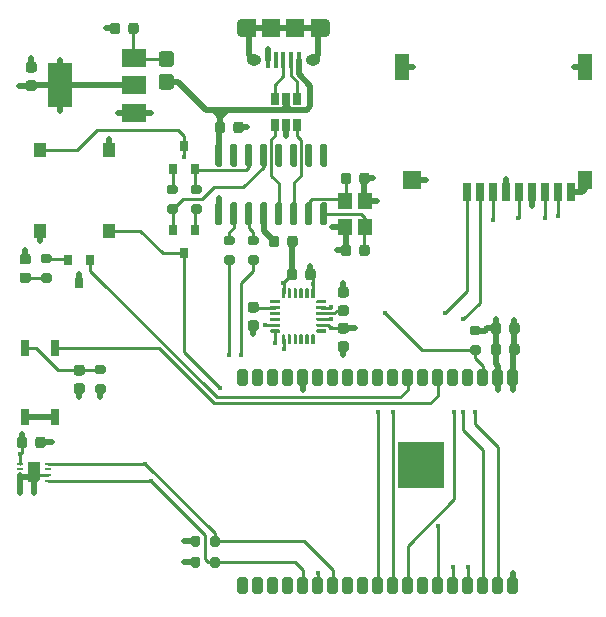
<source format=gbr>
%TF.GenerationSoftware,KiCad,Pcbnew,(5.1.10)-1*%
%TF.CreationDate,2021-12-18T14:31:07-08:00*%
%TF.ProjectId,ESP32_Playboard,45535033-325f-4506-9c61-79626f617264,rev?*%
%TF.SameCoordinates,Original*%
%TF.FileFunction,Copper,L1,Top*%
%TF.FilePolarity,Positive*%
%FSLAX46Y46*%
G04 Gerber Fmt 4.6, Leading zero omitted, Abs format (unit mm)*
G04 Created by KiCad (PCBNEW (5.1.10)-1) date 2021-12-18 14:31:07*
%MOMM*%
%LPD*%
G01*
G04 APERTURE LIST*
%TA.AperFunction,SMDPad,CuDef*%
%ADD10R,0.700000X1.400000*%
%TD*%
%TA.AperFunction,SMDPad,CuDef*%
%ADD11R,4.000000X4.000000*%
%TD*%
%TA.AperFunction,SMDPad,CuDef*%
%ADD12R,1.000000X1.200000*%
%TD*%
%TA.AperFunction,ComponentPad*%
%ADD13O,0.890000X1.550000*%
%TD*%
%TA.AperFunction,SMDPad,CuDef*%
%ADD14R,1.200000X1.550000*%
%TD*%
%TA.AperFunction,SMDPad,CuDef*%
%ADD15R,1.500000X1.550000*%
%TD*%
%TA.AperFunction,ComponentPad*%
%ADD16O,1.250000X0.950000*%
%TD*%
%TA.AperFunction,SMDPad,CuDef*%
%ADD17R,0.400000X1.350000*%
%TD*%
%TA.AperFunction,SMDPad,CuDef*%
%ADD18R,0.700000X1.600000*%
%TD*%
%TA.AperFunction,SMDPad,CuDef*%
%ADD19R,1.200000X2.200000*%
%TD*%
%TA.AperFunction,SMDPad,CuDef*%
%ADD20R,1.200000X1.500000*%
%TD*%
%TA.AperFunction,SMDPad,CuDef*%
%ADD21R,1.600000X1.500000*%
%TD*%
%TA.AperFunction,SMDPad,CuDef*%
%ADD22R,0.800000X0.900000*%
%TD*%
%TA.AperFunction,SMDPad,CuDef*%
%ADD23R,2.000000X3.800000*%
%TD*%
%TA.AperFunction,SMDPad,CuDef*%
%ADD24R,2.000000X1.500000*%
%TD*%
%TA.AperFunction,SMDPad,CuDef*%
%ADD25R,0.650000X1.060000*%
%TD*%
%TA.AperFunction,SMDPad,CuDef*%
%ADD26C,0.100000*%
%TD*%
%TA.AperFunction,SMDPad,CuDef*%
%ADD27R,0.550000X0.250000*%
%TD*%
%TA.AperFunction,SMDPad,CuDef*%
%ADD28R,1.200000X1.400000*%
%TD*%
%TA.AperFunction,ViaPad*%
%ADD29C,0.400000*%
%TD*%
%TA.AperFunction,Conductor*%
%ADD30C,0.508000*%
%TD*%
%TA.AperFunction,Conductor*%
%ADD31C,0.254000*%
%TD*%
G04 APERTURE END LIST*
D10*
%TO.P,D1,2*%
%TO.N,GND*%
X94234000Y-94594000D03*
%TO.P,D1,3*%
%TO.N,/IR_RECV*%
X94234000Y-88794000D03*
%TO.P,D1,1*%
%TO.N,GND*%
X91694000Y-94594000D03*
%TO.P,D1,4*%
%TO.N,Net-(C7-Pad1)*%
X91694000Y-88794000D03*
%TD*%
%TO.P,U5,1*%
%TO.N,GND*%
%TA.AperFunction,SMDPad,CuDef*%
G36*
G01*
X132722900Y-90541000D02*
X133225100Y-90541000D01*
G75*
G02*
X133439000Y-90754900I0J-213900D01*
G01*
X133439000Y-91777100D01*
G75*
G02*
X133225100Y-91991000I-213900J0D01*
G01*
X132722900Y-91991000D01*
G75*
G02*
X132509000Y-91777100I0J213900D01*
G01*
X132509000Y-90754900D01*
G75*
G02*
X132722900Y-90541000I213900J0D01*
G01*
G37*
%TD.AperFunction*%
%TO.P,U5,2*%
%TO.N,/REG_3V3*%
%TA.AperFunction,SMDPad,CuDef*%
G36*
G01*
X131452900Y-90541000D02*
X131955100Y-90541000D01*
G75*
G02*
X132169000Y-90754900I0J-213900D01*
G01*
X132169000Y-91777100D01*
G75*
G02*
X131955100Y-91991000I-213900J0D01*
G01*
X131452900Y-91991000D01*
G75*
G02*
X131239000Y-91777100I0J213900D01*
G01*
X131239000Y-90754900D01*
G75*
G02*
X131452900Y-90541000I213900J0D01*
G01*
G37*
%TD.AperFunction*%
%TO.P,U5,3*%
%TO.N,/RESET*%
%TA.AperFunction,SMDPad,CuDef*%
G36*
G01*
X130182900Y-90541000D02*
X130685100Y-90541000D01*
G75*
G02*
X130899000Y-90754900I0J-213900D01*
G01*
X130899000Y-91777100D01*
G75*
G02*
X130685100Y-91991000I-213900J0D01*
G01*
X130182900Y-91991000D01*
G75*
G02*
X129969000Y-91777100I0J213900D01*
G01*
X129969000Y-90754900D01*
G75*
G02*
X130182900Y-90541000I213900J0D01*
G01*
G37*
%TD.AperFunction*%
%TO.P,U5,4*%
%TO.N,Net-(U5-Pad4)*%
%TA.AperFunction,SMDPad,CuDef*%
G36*
G01*
X128912900Y-90541000D02*
X129415100Y-90541000D01*
G75*
G02*
X129629000Y-90754900I0J-213900D01*
G01*
X129629000Y-91777100D01*
G75*
G02*
X129415100Y-91991000I-213900J0D01*
G01*
X128912900Y-91991000D01*
G75*
G02*
X128699000Y-91777100I0J213900D01*
G01*
X128699000Y-90754900D01*
G75*
G02*
X128912900Y-90541000I213900J0D01*
G01*
G37*
%TD.AperFunction*%
%TO.P,U5,5*%
%TO.N,Net-(U5-Pad5)*%
%TA.AperFunction,SMDPad,CuDef*%
G36*
G01*
X127642900Y-90541000D02*
X128145100Y-90541000D01*
G75*
G02*
X128359000Y-90754900I0J-213900D01*
G01*
X128359000Y-91777100D01*
G75*
G02*
X128145100Y-91991000I-213900J0D01*
G01*
X127642900Y-91991000D01*
G75*
G02*
X127429000Y-91777100I0J213900D01*
G01*
X127429000Y-90754900D01*
G75*
G02*
X127642900Y-90541000I213900J0D01*
G01*
G37*
%TD.AperFunction*%
%TO.P,U5,6*%
%TO.N,/IR_RECV*%
%TA.AperFunction,SMDPad,CuDef*%
G36*
G01*
X126372900Y-90541000D02*
X126875100Y-90541000D01*
G75*
G02*
X127089000Y-90754900I0J-213900D01*
G01*
X127089000Y-91777100D01*
G75*
G02*
X126875100Y-91991000I-213900J0D01*
G01*
X126372900Y-91991000D01*
G75*
G02*
X126159000Y-91777100I0J213900D01*
G01*
X126159000Y-90754900D01*
G75*
G02*
X126372900Y-90541000I213900J0D01*
G01*
G37*
%TD.AperFunction*%
%TO.P,U5,7*%
%TO.N,Net-(U5-Pad7)*%
%TA.AperFunction,SMDPad,CuDef*%
G36*
G01*
X125102900Y-90541000D02*
X125605100Y-90541000D01*
G75*
G02*
X125819000Y-90754900I0J-213900D01*
G01*
X125819000Y-91777100D01*
G75*
G02*
X125605100Y-91991000I-213900J0D01*
G01*
X125102900Y-91991000D01*
G75*
G02*
X124889000Y-91777100I0J213900D01*
G01*
X124889000Y-90754900D01*
G75*
G02*
X125102900Y-90541000I213900J0D01*
G01*
G37*
%TD.AperFunction*%
%TO.P,U5,8*%
%TO.N,/IR_SEND*%
%TA.AperFunction,SMDPad,CuDef*%
G36*
G01*
X123832900Y-90541000D02*
X124335100Y-90541000D01*
G75*
G02*
X124549000Y-90754900I0J-213900D01*
G01*
X124549000Y-91777100D01*
G75*
G02*
X124335100Y-91991000I-213900J0D01*
G01*
X123832900Y-91991000D01*
G75*
G02*
X123619000Y-91777100I0J213900D01*
G01*
X123619000Y-90754900D01*
G75*
G02*
X123832900Y-90541000I213900J0D01*
G01*
G37*
%TD.AperFunction*%
%TO.P,U5,9*%
%TO.N,Net-(U5-Pad9)*%
%TA.AperFunction,SMDPad,CuDef*%
G36*
G01*
X122562900Y-90541000D02*
X123065100Y-90541000D01*
G75*
G02*
X123279000Y-90754900I0J-213900D01*
G01*
X123279000Y-91777100D01*
G75*
G02*
X123065100Y-91991000I-213900J0D01*
G01*
X122562900Y-91991000D01*
G75*
G02*
X122349000Y-91777100I0J213900D01*
G01*
X122349000Y-90754900D01*
G75*
G02*
X122562900Y-90541000I213900J0D01*
G01*
G37*
%TD.AperFunction*%
%TO.P,U5,10*%
%TO.N,Net-(U5-Pad10)*%
%TA.AperFunction,SMDPad,CuDef*%
G36*
G01*
X121292900Y-90541000D02*
X121795100Y-90541000D01*
G75*
G02*
X122009000Y-90754900I0J-213900D01*
G01*
X122009000Y-91777100D01*
G75*
G02*
X121795100Y-91991000I-213900J0D01*
G01*
X121292900Y-91991000D01*
G75*
G02*
X121079000Y-91777100I0J213900D01*
G01*
X121079000Y-90754900D01*
G75*
G02*
X121292900Y-90541000I213900J0D01*
G01*
G37*
%TD.AperFunction*%
%TO.P,U5,11*%
%TO.N,Net-(U5-Pad11)*%
%TA.AperFunction,SMDPad,CuDef*%
G36*
G01*
X120022900Y-90541000D02*
X120525100Y-90541000D01*
G75*
G02*
X120739000Y-90754900I0J-213900D01*
G01*
X120739000Y-91777100D01*
G75*
G02*
X120525100Y-91991000I-213900J0D01*
G01*
X120022900Y-91991000D01*
G75*
G02*
X119809000Y-91777100I0J213900D01*
G01*
X119809000Y-90754900D01*
G75*
G02*
X120022900Y-90541000I213900J0D01*
G01*
G37*
%TD.AperFunction*%
%TO.P,U5,12*%
%TO.N,Net-(U5-Pad12)*%
%TA.AperFunction,SMDPad,CuDef*%
G36*
G01*
X118752900Y-90541000D02*
X119255100Y-90541000D01*
G75*
G02*
X119469000Y-90754900I0J-213900D01*
G01*
X119469000Y-91777100D01*
G75*
G02*
X119255100Y-91991000I-213900J0D01*
G01*
X118752900Y-91991000D01*
G75*
G02*
X118539000Y-91777100I0J213900D01*
G01*
X118539000Y-90754900D01*
G75*
G02*
X118752900Y-90541000I213900J0D01*
G01*
G37*
%TD.AperFunction*%
%TO.P,U5,13*%
%TO.N,Net-(U5-Pad13)*%
%TA.AperFunction,SMDPad,CuDef*%
G36*
G01*
X117482900Y-90541000D02*
X117985100Y-90541000D01*
G75*
G02*
X118199000Y-90754900I0J-213900D01*
G01*
X118199000Y-91777100D01*
G75*
G02*
X117985100Y-91991000I-213900J0D01*
G01*
X117482900Y-91991000D01*
G75*
G02*
X117269000Y-91777100I0J213900D01*
G01*
X117269000Y-90754900D01*
G75*
G02*
X117482900Y-90541000I213900J0D01*
G01*
G37*
%TD.AperFunction*%
%TO.P,U5,14*%
%TO.N,Net-(U5-Pad14)*%
%TA.AperFunction,SMDPad,CuDef*%
G36*
G01*
X116212900Y-90541000D02*
X116715100Y-90541000D01*
G75*
G02*
X116929000Y-90754900I0J-213900D01*
G01*
X116929000Y-91777100D01*
G75*
G02*
X116715100Y-91991000I-213900J0D01*
G01*
X116212900Y-91991000D01*
G75*
G02*
X115999000Y-91777100I0J213900D01*
G01*
X115999000Y-90754900D01*
G75*
G02*
X116212900Y-90541000I213900J0D01*
G01*
G37*
%TD.AperFunction*%
%TO.P,U5,15*%
%TO.N,GND*%
%TA.AperFunction,SMDPad,CuDef*%
G36*
G01*
X114942900Y-90541000D02*
X115445100Y-90541000D01*
G75*
G02*
X115659000Y-90754900I0J-213900D01*
G01*
X115659000Y-91777100D01*
G75*
G02*
X115445100Y-91991000I-213900J0D01*
G01*
X114942900Y-91991000D01*
G75*
G02*
X114729000Y-91777100I0J213900D01*
G01*
X114729000Y-90754900D01*
G75*
G02*
X114942900Y-90541000I213900J0D01*
G01*
G37*
%TD.AperFunction*%
%TO.P,U5,16*%
%TO.N,Net-(U5-Pad16)*%
%TA.AperFunction,SMDPad,CuDef*%
G36*
G01*
X113672900Y-90541000D02*
X114175100Y-90541000D01*
G75*
G02*
X114389000Y-90754900I0J-213900D01*
G01*
X114389000Y-91777100D01*
G75*
G02*
X114175100Y-91991000I-213900J0D01*
G01*
X113672900Y-91991000D01*
G75*
G02*
X113459000Y-91777100I0J213900D01*
G01*
X113459000Y-90754900D01*
G75*
G02*
X113672900Y-90541000I213900J0D01*
G01*
G37*
%TD.AperFunction*%
%TO.P,U5,17*%
%TO.N,N/C*%
%TA.AperFunction,SMDPad,CuDef*%
G36*
G01*
X112402900Y-90541000D02*
X112905100Y-90541000D01*
G75*
G02*
X113119000Y-90754900I0J-213900D01*
G01*
X113119000Y-91777100D01*
G75*
G02*
X112905100Y-91991000I-213900J0D01*
G01*
X112402900Y-91991000D01*
G75*
G02*
X112189000Y-91777100I0J213900D01*
G01*
X112189000Y-90754900D01*
G75*
G02*
X112402900Y-90541000I213900J0D01*
G01*
G37*
%TD.AperFunction*%
%TO.P,U5,18*%
%TA.AperFunction,SMDPad,CuDef*%
G36*
G01*
X111132900Y-90541000D02*
X111635100Y-90541000D01*
G75*
G02*
X111849000Y-90754900I0J-213900D01*
G01*
X111849000Y-91777100D01*
G75*
G02*
X111635100Y-91991000I-213900J0D01*
G01*
X111132900Y-91991000D01*
G75*
G02*
X110919000Y-91777100I0J213900D01*
G01*
X110919000Y-90754900D01*
G75*
G02*
X111132900Y-90541000I213900J0D01*
G01*
G37*
%TD.AperFunction*%
%TO.P,U5,19*%
%TA.AperFunction,SMDPad,CuDef*%
G36*
G01*
X109862900Y-90541000D02*
X110365100Y-90541000D01*
G75*
G02*
X110579000Y-90754900I0J-213900D01*
G01*
X110579000Y-91777100D01*
G75*
G02*
X110365100Y-91991000I-213900J0D01*
G01*
X109862900Y-91991000D01*
G75*
G02*
X109649000Y-91777100I0J213900D01*
G01*
X109649000Y-90754900D01*
G75*
G02*
X109862900Y-90541000I213900J0D01*
G01*
G37*
%TD.AperFunction*%
%TO.P,U5,20*%
%TA.AperFunction,SMDPad,CuDef*%
G36*
G01*
X109862900Y-108161000D02*
X110365100Y-108161000D01*
G75*
G02*
X110579000Y-108374900I0J-213900D01*
G01*
X110579000Y-109397100D01*
G75*
G02*
X110365100Y-109611000I-213900J0D01*
G01*
X109862900Y-109611000D01*
G75*
G02*
X109649000Y-109397100I0J213900D01*
G01*
X109649000Y-108374900D01*
G75*
G02*
X109862900Y-108161000I213900J0D01*
G01*
G37*
%TD.AperFunction*%
%TO.P,U5,21*%
%TA.AperFunction,SMDPad,CuDef*%
G36*
G01*
X111132900Y-108161000D02*
X111635100Y-108161000D01*
G75*
G02*
X111849000Y-108374900I0J-213900D01*
G01*
X111849000Y-109397100D01*
G75*
G02*
X111635100Y-109611000I-213900J0D01*
G01*
X111132900Y-109611000D01*
G75*
G02*
X110919000Y-109397100I0J213900D01*
G01*
X110919000Y-108374900D01*
G75*
G02*
X111132900Y-108161000I213900J0D01*
G01*
G37*
%TD.AperFunction*%
%TO.P,U5,22*%
%TA.AperFunction,SMDPad,CuDef*%
G36*
G01*
X112402900Y-108161000D02*
X112905100Y-108161000D01*
G75*
G02*
X113119000Y-108374900I0J-213900D01*
G01*
X113119000Y-109397100D01*
G75*
G02*
X112905100Y-109611000I-213900J0D01*
G01*
X112402900Y-109611000D01*
G75*
G02*
X112189000Y-109397100I0J213900D01*
G01*
X112189000Y-108374900D01*
G75*
G02*
X112402900Y-108161000I213900J0D01*
G01*
G37*
%TD.AperFunction*%
%TO.P,U5,23*%
%TO.N,Net-(U5-Pad23)*%
%TA.AperFunction,SMDPad,CuDef*%
G36*
G01*
X113672900Y-108161000D02*
X114175100Y-108161000D01*
G75*
G02*
X114389000Y-108374900I0J-213900D01*
G01*
X114389000Y-109397100D01*
G75*
G02*
X114175100Y-109611000I-213900J0D01*
G01*
X113672900Y-109611000D01*
G75*
G02*
X113459000Y-109397100I0J213900D01*
G01*
X113459000Y-108374900D01*
G75*
G02*
X113672900Y-108161000I213900J0D01*
G01*
G37*
%TD.AperFunction*%
%TO.P,U5,24*%
%TO.N,/I2C0_SDA*%
%TA.AperFunction,SMDPad,CuDef*%
G36*
G01*
X114942900Y-108161000D02*
X115445100Y-108161000D01*
G75*
G02*
X115659000Y-108374900I0J-213900D01*
G01*
X115659000Y-109397100D01*
G75*
G02*
X115445100Y-109611000I-213900J0D01*
G01*
X114942900Y-109611000D01*
G75*
G02*
X114729000Y-109397100I0J213900D01*
G01*
X114729000Y-108374900D01*
G75*
G02*
X114942900Y-108161000I213900J0D01*
G01*
G37*
%TD.AperFunction*%
%TO.P,U5,25*%
%TO.N,/GPIO0*%
%TA.AperFunction,SMDPad,CuDef*%
G36*
G01*
X116212900Y-108161000D02*
X116715100Y-108161000D01*
G75*
G02*
X116929000Y-108374900I0J-213900D01*
G01*
X116929000Y-109397100D01*
G75*
G02*
X116715100Y-109611000I-213900J0D01*
G01*
X116212900Y-109611000D01*
G75*
G02*
X115999000Y-109397100I0J213900D01*
G01*
X115999000Y-108374900D01*
G75*
G02*
X116212900Y-108161000I213900J0D01*
G01*
G37*
%TD.AperFunction*%
%TO.P,U5,26*%
%TO.N,/I2C0_SCL*%
%TA.AperFunction,SMDPad,CuDef*%
G36*
G01*
X117482900Y-108161000D02*
X117985100Y-108161000D01*
G75*
G02*
X118199000Y-108374900I0J-213900D01*
G01*
X118199000Y-109397100D01*
G75*
G02*
X117985100Y-109611000I-213900J0D01*
G01*
X117482900Y-109611000D01*
G75*
G02*
X117269000Y-109397100I0J213900D01*
G01*
X117269000Y-108374900D01*
G75*
G02*
X117482900Y-108161000I213900J0D01*
G01*
G37*
%TD.AperFunction*%
%TO.P,U5,27*%
%TO.N,N/C*%
%TA.AperFunction,SMDPad,CuDef*%
G36*
G01*
X118752900Y-108161000D02*
X119255100Y-108161000D01*
G75*
G02*
X119469000Y-108374900I0J-213900D01*
G01*
X119469000Y-109397100D01*
G75*
G02*
X119255100Y-109611000I-213900J0D01*
G01*
X118752900Y-109611000D01*
G75*
G02*
X118539000Y-109397100I0J213900D01*
G01*
X118539000Y-108374900D01*
G75*
G02*
X118752900Y-108161000I213900J0D01*
G01*
G37*
%TD.AperFunction*%
%TO.P,U5,28*%
%TA.AperFunction,SMDPad,CuDef*%
G36*
G01*
X120022900Y-108161000D02*
X120525100Y-108161000D01*
G75*
G02*
X120739000Y-108374900I0J-213900D01*
G01*
X120739000Y-109397100D01*
G75*
G02*
X120525100Y-109611000I-213900J0D01*
G01*
X120022900Y-109611000D01*
G75*
G02*
X119809000Y-109397100I0J213900D01*
G01*
X119809000Y-108374900D01*
G75*
G02*
X120022900Y-108161000I213900J0D01*
G01*
G37*
%TD.AperFunction*%
%TO.P,U5,29*%
%TO.N,/SPI3_CS0*%
%TA.AperFunction,SMDPad,CuDef*%
G36*
G01*
X121292900Y-108161000D02*
X121795100Y-108161000D01*
G75*
G02*
X122009000Y-108374900I0J-213900D01*
G01*
X122009000Y-109397100D01*
G75*
G02*
X121795100Y-109611000I-213900J0D01*
G01*
X121292900Y-109611000D01*
G75*
G02*
X121079000Y-109397100I0J213900D01*
G01*
X121079000Y-108374900D01*
G75*
G02*
X121292900Y-108161000I213900J0D01*
G01*
G37*
%TD.AperFunction*%
%TO.P,U5,30*%
%TO.N,/SPI3_CLK*%
%TA.AperFunction,SMDPad,CuDef*%
G36*
G01*
X122562900Y-108161000D02*
X123065100Y-108161000D01*
G75*
G02*
X123279000Y-108374900I0J-213900D01*
G01*
X123279000Y-109397100D01*
G75*
G02*
X123065100Y-109611000I-213900J0D01*
G01*
X122562900Y-109611000D01*
G75*
G02*
X122349000Y-109397100I0J213900D01*
G01*
X122349000Y-108374900D01*
G75*
G02*
X122562900Y-108161000I213900J0D01*
G01*
G37*
%TD.AperFunction*%
%TO.P,U5,31*%
%TO.N,/SPI3_D0*%
%TA.AperFunction,SMDPad,CuDef*%
G36*
G01*
X123832900Y-108161000D02*
X124335100Y-108161000D01*
G75*
G02*
X124549000Y-108374900I0J-213900D01*
G01*
X124549000Y-109397100D01*
G75*
G02*
X124335100Y-109611000I-213900J0D01*
G01*
X123832900Y-109611000D01*
G75*
G02*
X123619000Y-109397100I0J213900D01*
G01*
X123619000Y-108374900D01*
G75*
G02*
X123832900Y-108161000I213900J0D01*
G01*
G37*
%TD.AperFunction*%
%TO.P,U5,32*%
%TO.N,N/C*%
%TA.AperFunction,SMDPad,CuDef*%
G36*
G01*
X125102900Y-108161000D02*
X125605100Y-108161000D01*
G75*
G02*
X125819000Y-108374900I0J-213900D01*
G01*
X125819000Y-109397100D01*
G75*
G02*
X125605100Y-109611000I-213900J0D01*
G01*
X125102900Y-109611000D01*
G75*
G02*
X124889000Y-109397100I0J213900D01*
G01*
X124889000Y-108374900D01*
G75*
G02*
X125102900Y-108161000I213900J0D01*
G01*
G37*
%TD.AperFunction*%
%TO.P,U5,33*%
%TO.N,/SPI3_D2*%
%TA.AperFunction,SMDPad,CuDef*%
G36*
G01*
X126372900Y-108161000D02*
X126875100Y-108161000D01*
G75*
G02*
X127089000Y-108374900I0J-213900D01*
G01*
X127089000Y-109397100D01*
G75*
G02*
X126875100Y-109611000I-213900J0D01*
G01*
X126372900Y-109611000D01*
G75*
G02*
X126159000Y-109397100I0J213900D01*
G01*
X126159000Y-108374900D01*
G75*
G02*
X126372900Y-108161000I213900J0D01*
G01*
G37*
%TD.AperFunction*%
%TO.P,U5,34*%
%TO.N,/ESP_RX*%
%TA.AperFunction,SMDPad,CuDef*%
G36*
G01*
X127642900Y-108161000D02*
X128145100Y-108161000D01*
G75*
G02*
X128359000Y-108374900I0J-213900D01*
G01*
X128359000Y-109397100D01*
G75*
G02*
X128145100Y-109611000I-213900J0D01*
G01*
X127642900Y-109611000D01*
G75*
G02*
X127429000Y-109397100I0J213900D01*
G01*
X127429000Y-108374900D01*
G75*
G02*
X127642900Y-108161000I213900J0D01*
G01*
G37*
%TD.AperFunction*%
%TO.P,U5,35*%
%TO.N,/ESP_TX*%
%TA.AperFunction,SMDPad,CuDef*%
G36*
G01*
X128912900Y-108161000D02*
X129415100Y-108161000D01*
G75*
G02*
X129629000Y-108374900I0J-213900D01*
G01*
X129629000Y-109397100D01*
G75*
G02*
X129415100Y-109611000I-213900J0D01*
G01*
X128912900Y-109611000D01*
G75*
G02*
X128699000Y-109397100I0J213900D01*
G01*
X128699000Y-108374900D01*
G75*
G02*
X128912900Y-108161000I213900J0D01*
G01*
G37*
%TD.AperFunction*%
%TO.P,U5,36*%
%TO.N,/SPI3_D3*%
%TA.AperFunction,SMDPad,CuDef*%
G36*
G01*
X130182900Y-108161000D02*
X130685100Y-108161000D01*
G75*
G02*
X130899000Y-108374900I0J-213900D01*
G01*
X130899000Y-109397100D01*
G75*
G02*
X130685100Y-109611000I-213900J0D01*
G01*
X130182900Y-109611000D01*
G75*
G02*
X129969000Y-109397100I0J213900D01*
G01*
X129969000Y-108374900D01*
G75*
G02*
X130182900Y-108161000I213900J0D01*
G01*
G37*
%TD.AperFunction*%
%TO.P,U5,37*%
%TO.N,/SPI3_D1*%
%TA.AperFunction,SMDPad,CuDef*%
G36*
G01*
X131452900Y-108161000D02*
X131955100Y-108161000D01*
G75*
G02*
X132169000Y-108374900I0J-213900D01*
G01*
X132169000Y-109397100D01*
G75*
G02*
X131955100Y-109611000I-213900J0D01*
G01*
X131452900Y-109611000D01*
G75*
G02*
X131239000Y-109397100I0J213900D01*
G01*
X131239000Y-108374900D01*
G75*
G02*
X131452900Y-108161000I213900J0D01*
G01*
G37*
%TD.AperFunction*%
%TO.P,U5,38*%
%TO.N,GND*%
%TA.AperFunction,SMDPad,CuDef*%
G36*
G01*
X132722900Y-108161000D02*
X133225100Y-108161000D01*
G75*
G02*
X133439000Y-108374900I0J-213900D01*
G01*
X133439000Y-109397100D01*
G75*
G02*
X133225100Y-109611000I-213900J0D01*
G01*
X132722900Y-109611000D01*
G75*
G02*
X132509000Y-109397100I0J213900D01*
G01*
X132509000Y-108374900D01*
G75*
G02*
X132722900Y-108161000I213900J0D01*
G01*
G37*
%TD.AperFunction*%
D11*
%TO.P,U5,39*%
X125184000Y-98696000D03*
%TD*%
%TO.P,R5,2*%
%TO.N,/RESET*%
%TA.AperFunction,SMDPad,CuDef*%
G36*
G01*
X129519000Y-88563000D02*
X130069000Y-88563000D01*
G75*
G02*
X130269000Y-88763000I0J-200000D01*
G01*
X130269000Y-89163000D01*
G75*
G02*
X130069000Y-89363000I-200000J0D01*
G01*
X129519000Y-89363000D01*
G75*
G02*
X129319000Y-89163000I0J200000D01*
G01*
X129319000Y-88763000D01*
G75*
G02*
X129519000Y-88563000I200000J0D01*
G01*
G37*
%TD.AperFunction*%
%TO.P,R5,1*%
%TO.N,/REG_3V3*%
%TA.AperFunction,SMDPad,CuDef*%
G36*
G01*
X129519000Y-86913000D02*
X130069000Y-86913000D01*
G75*
G02*
X130269000Y-87113000I0J-200000D01*
G01*
X130269000Y-87513000D01*
G75*
G02*
X130069000Y-87713000I-200000J0D01*
G01*
X129519000Y-87713000D01*
G75*
G02*
X129319000Y-87513000I0J200000D01*
G01*
X129319000Y-87113000D01*
G75*
G02*
X129519000Y-86913000I200000J0D01*
G01*
G37*
%TD.AperFunction*%
%TD*%
%TO.P,C11,2*%
%TO.N,/REG_3V3*%
%TA.AperFunction,SMDPad,CuDef*%
G36*
G01*
X132009000Y-88650000D02*
X132009000Y-89150000D01*
G75*
G02*
X131784000Y-89375000I-225000J0D01*
G01*
X131334000Y-89375000D01*
G75*
G02*
X131109000Y-89150000I0J225000D01*
G01*
X131109000Y-88650000D01*
G75*
G02*
X131334000Y-88425000I225000J0D01*
G01*
X131784000Y-88425000D01*
G75*
G02*
X132009000Y-88650000I0J-225000D01*
G01*
G37*
%TD.AperFunction*%
%TO.P,C11,1*%
%TO.N,GND*%
%TA.AperFunction,SMDPad,CuDef*%
G36*
G01*
X133559000Y-88650000D02*
X133559000Y-89150000D01*
G75*
G02*
X133334000Y-89375000I-225000J0D01*
G01*
X132884000Y-89375000D01*
G75*
G02*
X132659000Y-89150000I0J225000D01*
G01*
X132659000Y-88650000D01*
G75*
G02*
X132884000Y-88425000I225000J0D01*
G01*
X133334000Y-88425000D01*
G75*
G02*
X133559000Y-88650000I0J-225000D01*
G01*
G37*
%TD.AperFunction*%
%TD*%
%TO.P,C10,2*%
%TO.N,/REG_3V3*%
%TA.AperFunction,SMDPad,CuDef*%
G36*
G01*
X132009000Y-86872000D02*
X132009000Y-87372000D01*
G75*
G02*
X131784000Y-87597000I-225000J0D01*
G01*
X131334000Y-87597000D01*
G75*
G02*
X131109000Y-87372000I0J225000D01*
G01*
X131109000Y-86872000D01*
G75*
G02*
X131334000Y-86647000I225000J0D01*
G01*
X131784000Y-86647000D01*
G75*
G02*
X132009000Y-86872000I0J-225000D01*
G01*
G37*
%TD.AperFunction*%
%TO.P,C10,1*%
%TO.N,GND*%
%TA.AperFunction,SMDPad,CuDef*%
G36*
G01*
X133559000Y-86872000D02*
X133559000Y-87372000D01*
G75*
G02*
X133334000Y-87597000I-225000J0D01*
G01*
X132884000Y-87597000D01*
G75*
G02*
X132659000Y-87372000I0J225000D01*
G01*
X132659000Y-86872000D01*
G75*
G02*
X132884000Y-86647000I225000J0D01*
G01*
X133334000Y-86647000D01*
G75*
G02*
X133559000Y-86872000I0J-225000D01*
G01*
G37*
%TD.AperFunction*%
%TD*%
D12*
%TO.P,SW1,2*%
%TO.N,GND*%
X92964000Y-78838000D03*
%TO.P,SW1,1*%
%TO.N,/RESET*%
X92964000Y-72038000D03*
%TD*%
%TO.P,R2,1*%
%TO.N,/ESP_TX*%
%TA.AperFunction,SMDPad,CuDef*%
G36*
G01*
X111273000Y-81743000D02*
X110723000Y-81743000D01*
G75*
G02*
X110523000Y-81543000I0J200000D01*
G01*
X110523000Y-81143000D01*
G75*
G02*
X110723000Y-80943000I200000J0D01*
G01*
X111273000Y-80943000D01*
G75*
G02*
X111473000Y-81143000I0J-200000D01*
G01*
X111473000Y-81543000D01*
G75*
G02*
X111273000Y-81743000I-200000J0D01*
G01*
G37*
%TD.AperFunction*%
%TO.P,R2,2*%
%TO.N,Net-(R2-Pad2)*%
%TA.AperFunction,SMDPad,CuDef*%
G36*
G01*
X111273000Y-80093000D02*
X110723000Y-80093000D01*
G75*
G02*
X110523000Y-79893000I0J200000D01*
G01*
X110523000Y-79493000D01*
G75*
G02*
X110723000Y-79293000I200000J0D01*
G01*
X111273000Y-79293000D01*
G75*
G02*
X111473000Y-79493000I0J-200000D01*
G01*
X111473000Y-79893000D01*
G75*
G02*
X111273000Y-80093000I-200000J0D01*
G01*
G37*
%TD.AperFunction*%
%TD*%
D13*
%TO.P,J1,6*%
%TO.N,Net-(J1-Pad6)*%
X110038000Y-61692000D03*
X117038000Y-61692000D03*
D14*
X110638000Y-61692000D03*
X116438000Y-61692000D03*
D15*
X112538000Y-61692000D03*
X114538000Y-61692000D03*
D16*
X111038000Y-64392000D03*
X116038000Y-64392000D03*
D17*
%TO.P,J1,5*%
%TO.N,GND*%
X112238000Y-64392000D03*
%TO.P,J1,4*%
%TO.N,Net-(J1-Pad4)*%
X112888000Y-64392000D03*
%TO.P,J1,3*%
%TO.N,/USB_CONN_D+*%
X113538000Y-64392000D03*
%TO.P,J1,2*%
%TO.N,/USB_CONN_D-*%
X114188000Y-64392000D03*
%TO.P,J1,1*%
%TO.N,/USB_5V*%
X114838000Y-64392000D03*
%TD*%
%TO.P,C1,1*%
%TO.N,/USB_5V*%
%TA.AperFunction,SMDPad,CuDef*%
G36*
G01*
X107741000Y-70354000D02*
X107741000Y-69854000D01*
G75*
G02*
X107966000Y-69629000I225000J0D01*
G01*
X108416000Y-69629000D01*
G75*
G02*
X108641000Y-69854000I0J-225000D01*
G01*
X108641000Y-70354000D01*
G75*
G02*
X108416000Y-70579000I-225000J0D01*
G01*
X107966000Y-70579000D01*
G75*
G02*
X107741000Y-70354000I0J225000D01*
G01*
G37*
%TD.AperFunction*%
%TO.P,C1,2*%
%TO.N,GND*%
%TA.AperFunction,SMDPad,CuDef*%
G36*
G01*
X109291000Y-70354000D02*
X109291000Y-69854000D01*
G75*
G02*
X109516000Y-69629000I225000J0D01*
G01*
X109966000Y-69629000D01*
G75*
G02*
X110191000Y-69854000I0J-225000D01*
G01*
X110191000Y-70354000D01*
G75*
G02*
X109966000Y-70579000I-225000J0D01*
G01*
X109516000Y-70579000D01*
G75*
G02*
X109291000Y-70354000I0J225000D01*
G01*
G37*
%TD.AperFunction*%
%TD*%
%TO.P,C2,2*%
%TO.N,Net-(C2-Pad2)*%
%TA.AperFunction,SMDPad,CuDef*%
G36*
G01*
X113213000Y-79506000D02*
X113213000Y-80006000D01*
G75*
G02*
X112988000Y-80231000I-225000J0D01*
G01*
X112538000Y-80231000D01*
G75*
G02*
X112313000Y-80006000I0J225000D01*
G01*
X112313000Y-79506000D01*
G75*
G02*
X112538000Y-79281000I225000J0D01*
G01*
X112988000Y-79281000D01*
G75*
G02*
X113213000Y-79506000I0J-225000D01*
G01*
G37*
%TD.AperFunction*%
%TO.P,C2,1*%
%TO.N,GND*%
%TA.AperFunction,SMDPad,CuDef*%
G36*
G01*
X114763000Y-79506000D02*
X114763000Y-80006000D01*
G75*
G02*
X114538000Y-80231000I-225000J0D01*
G01*
X114088000Y-80231000D01*
G75*
G02*
X113863000Y-80006000I0J225000D01*
G01*
X113863000Y-79506000D01*
G75*
G02*
X114088000Y-79281000I225000J0D01*
G01*
X114538000Y-79281000D01*
G75*
G02*
X114763000Y-79506000I0J-225000D01*
G01*
G37*
%TD.AperFunction*%
%TD*%
%TO.P,C3,1*%
%TO.N,/CH_XI*%
%TA.AperFunction,SMDPad,CuDef*%
G36*
G01*
X118409000Y-74672000D02*
X118409000Y-74172000D01*
G75*
G02*
X118634000Y-73947000I225000J0D01*
G01*
X119084000Y-73947000D01*
G75*
G02*
X119309000Y-74172000I0J-225000D01*
G01*
X119309000Y-74672000D01*
G75*
G02*
X119084000Y-74897000I-225000J0D01*
G01*
X118634000Y-74897000D01*
G75*
G02*
X118409000Y-74672000I0J225000D01*
G01*
G37*
%TD.AperFunction*%
%TO.P,C3,2*%
%TO.N,GND*%
%TA.AperFunction,SMDPad,CuDef*%
G36*
G01*
X119959000Y-74672000D02*
X119959000Y-74172000D01*
G75*
G02*
X120184000Y-73947000I225000J0D01*
G01*
X120634000Y-73947000D01*
G75*
G02*
X120859000Y-74172000I0J-225000D01*
G01*
X120859000Y-74672000D01*
G75*
G02*
X120634000Y-74897000I-225000J0D01*
G01*
X120184000Y-74897000D01*
G75*
G02*
X119959000Y-74672000I0J225000D01*
G01*
G37*
%TD.AperFunction*%
%TD*%
%TO.P,C4,2*%
%TO.N,GND*%
%TA.AperFunction,SMDPad,CuDef*%
G36*
G01*
X119309000Y-80268000D02*
X119309000Y-80768000D01*
G75*
G02*
X119084000Y-80993000I-225000J0D01*
G01*
X118634000Y-80993000D01*
G75*
G02*
X118409000Y-80768000I0J225000D01*
G01*
X118409000Y-80268000D01*
G75*
G02*
X118634000Y-80043000I225000J0D01*
G01*
X119084000Y-80043000D01*
G75*
G02*
X119309000Y-80268000I0J-225000D01*
G01*
G37*
%TD.AperFunction*%
%TO.P,C4,1*%
%TO.N,/CH_XO*%
%TA.AperFunction,SMDPad,CuDef*%
G36*
G01*
X120859000Y-80268000D02*
X120859000Y-80768000D01*
G75*
G02*
X120634000Y-80993000I-225000J0D01*
G01*
X120184000Y-80993000D01*
G75*
G02*
X119959000Y-80768000I0J225000D01*
G01*
X119959000Y-80268000D01*
G75*
G02*
X120184000Y-80043000I225000J0D01*
G01*
X120634000Y-80043000D01*
G75*
G02*
X120859000Y-80268000I0J-225000D01*
G01*
G37*
%TD.AperFunction*%
%TD*%
%TO.P,C5,1*%
%TO.N,Net-(C5-Pad1)*%
%TA.AperFunction,SMDPad,CuDef*%
G36*
G01*
X101301000Y-61472000D02*
X101301000Y-61972000D01*
G75*
G02*
X101076000Y-62197000I-225000J0D01*
G01*
X100626000Y-62197000D01*
G75*
G02*
X100401000Y-61972000I0J225000D01*
G01*
X100401000Y-61472000D01*
G75*
G02*
X100626000Y-61247000I225000J0D01*
G01*
X101076000Y-61247000D01*
G75*
G02*
X101301000Y-61472000I0J-225000D01*
G01*
G37*
%TD.AperFunction*%
%TO.P,C5,2*%
%TO.N,GND*%
%TA.AperFunction,SMDPad,CuDef*%
G36*
G01*
X99751000Y-61472000D02*
X99751000Y-61972000D01*
G75*
G02*
X99526000Y-62197000I-225000J0D01*
G01*
X99076000Y-62197000D01*
G75*
G02*
X98851000Y-61972000I0J225000D01*
G01*
X98851000Y-61472000D01*
G75*
G02*
X99076000Y-61247000I225000J0D01*
G01*
X99526000Y-61247000D01*
G75*
G02*
X99751000Y-61472000I0J-225000D01*
G01*
G37*
%TD.AperFunction*%
%TD*%
%TO.P,C6,2*%
%TO.N,GND*%
%TA.AperFunction,SMDPad,CuDef*%
G36*
G01*
X92452000Y-65461000D02*
X91952000Y-65461000D01*
G75*
G02*
X91727000Y-65236000I0J225000D01*
G01*
X91727000Y-64786000D01*
G75*
G02*
X91952000Y-64561000I225000J0D01*
G01*
X92452000Y-64561000D01*
G75*
G02*
X92677000Y-64786000I0J-225000D01*
G01*
X92677000Y-65236000D01*
G75*
G02*
X92452000Y-65461000I-225000J0D01*
G01*
G37*
%TD.AperFunction*%
%TO.P,C6,1*%
%TO.N,/REG_3V3*%
%TA.AperFunction,SMDPad,CuDef*%
G36*
G01*
X92452000Y-67011000D02*
X91952000Y-67011000D01*
G75*
G02*
X91727000Y-66786000I0J225000D01*
G01*
X91727000Y-66336000D01*
G75*
G02*
X91952000Y-66111000I225000J0D01*
G01*
X92452000Y-66111000D01*
G75*
G02*
X92677000Y-66336000I0J-225000D01*
G01*
X92677000Y-66786000D01*
G75*
G02*
X92452000Y-67011000I-225000J0D01*
G01*
G37*
%TD.AperFunction*%
%TD*%
%TO.P,C7,2*%
%TO.N,GND*%
%TA.AperFunction,SMDPad,CuDef*%
G36*
G01*
X96016000Y-91765000D02*
X96516000Y-91765000D01*
G75*
G02*
X96741000Y-91990000I0J-225000D01*
G01*
X96741000Y-92440000D01*
G75*
G02*
X96516000Y-92665000I-225000J0D01*
G01*
X96016000Y-92665000D01*
G75*
G02*
X95791000Y-92440000I0J225000D01*
G01*
X95791000Y-91990000D01*
G75*
G02*
X96016000Y-91765000I225000J0D01*
G01*
G37*
%TD.AperFunction*%
%TO.P,C7,1*%
%TO.N,Net-(C7-Pad1)*%
%TA.AperFunction,SMDPad,CuDef*%
G36*
G01*
X96016000Y-90215000D02*
X96516000Y-90215000D01*
G75*
G02*
X96741000Y-90440000I0J-225000D01*
G01*
X96741000Y-90890000D01*
G75*
G02*
X96516000Y-91115000I-225000J0D01*
G01*
X96016000Y-91115000D01*
G75*
G02*
X95791000Y-90890000I0J225000D01*
G01*
X95791000Y-90440000D01*
G75*
G02*
X96016000Y-90215000I225000J0D01*
G01*
G37*
%TD.AperFunction*%
%TD*%
%TO.P,C8,2*%
%TO.N,GND*%
%TA.AperFunction,SMDPad,CuDef*%
G36*
G01*
X118368000Y-88209000D02*
X118868000Y-88209000D01*
G75*
G02*
X119093000Y-88434000I0J-225000D01*
G01*
X119093000Y-88884000D01*
G75*
G02*
X118868000Y-89109000I-225000J0D01*
G01*
X118368000Y-89109000D01*
G75*
G02*
X118143000Y-88884000I0J225000D01*
G01*
X118143000Y-88434000D01*
G75*
G02*
X118368000Y-88209000I225000J0D01*
G01*
G37*
%TD.AperFunction*%
%TO.P,C8,1*%
%TO.N,/REG_3V3*%
%TA.AperFunction,SMDPad,CuDef*%
G36*
G01*
X118368000Y-86659000D02*
X118868000Y-86659000D01*
G75*
G02*
X119093000Y-86884000I0J-225000D01*
G01*
X119093000Y-87334000D01*
G75*
G02*
X118868000Y-87559000I-225000J0D01*
G01*
X118368000Y-87559000D01*
G75*
G02*
X118143000Y-87334000I0J225000D01*
G01*
X118143000Y-86884000D01*
G75*
G02*
X118368000Y-86659000I225000J0D01*
G01*
G37*
%TD.AperFunction*%
%TD*%
%TO.P,C9,2*%
%TO.N,GND*%
%TA.AperFunction,SMDPad,CuDef*%
G36*
G01*
X114737000Y-82300000D02*
X114737000Y-82800000D01*
G75*
G02*
X114512000Y-83025000I-225000J0D01*
G01*
X114062000Y-83025000D01*
G75*
G02*
X113837000Y-82800000I0J225000D01*
G01*
X113837000Y-82300000D01*
G75*
G02*
X114062000Y-82075000I225000J0D01*
G01*
X114512000Y-82075000D01*
G75*
G02*
X114737000Y-82300000I0J-225000D01*
G01*
G37*
%TD.AperFunction*%
%TO.P,C9,1*%
%TO.N,/REG_3V3*%
%TA.AperFunction,SMDPad,CuDef*%
G36*
G01*
X116287000Y-82300000D02*
X116287000Y-82800000D01*
G75*
G02*
X116062000Y-83025000I-225000J0D01*
G01*
X115612000Y-83025000D01*
G75*
G02*
X115387000Y-82800000I0J225000D01*
G01*
X115387000Y-82300000D01*
G75*
G02*
X115612000Y-82075000I225000J0D01*
G01*
X116062000Y-82075000D01*
G75*
G02*
X116287000Y-82300000I0J-225000D01*
G01*
G37*
%TD.AperFunction*%
%TD*%
%TO.P,C12,1*%
%TO.N,Net-(C12-Pad1)*%
%TA.AperFunction,SMDPad,CuDef*%
G36*
G01*
X118868000Y-86061000D02*
X118368000Y-86061000D01*
G75*
G02*
X118143000Y-85836000I0J225000D01*
G01*
X118143000Y-85386000D01*
G75*
G02*
X118368000Y-85161000I225000J0D01*
G01*
X118868000Y-85161000D01*
G75*
G02*
X119093000Y-85386000I0J-225000D01*
G01*
X119093000Y-85836000D01*
G75*
G02*
X118868000Y-86061000I-225000J0D01*
G01*
G37*
%TD.AperFunction*%
%TO.P,C12,2*%
%TO.N,GND*%
%TA.AperFunction,SMDPad,CuDef*%
G36*
G01*
X118868000Y-84511000D02*
X118368000Y-84511000D01*
G75*
G02*
X118143000Y-84286000I0J225000D01*
G01*
X118143000Y-83836000D01*
G75*
G02*
X118368000Y-83611000I225000J0D01*
G01*
X118868000Y-83611000D01*
G75*
G02*
X119093000Y-83836000I0J-225000D01*
G01*
X119093000Y-84286000D01*
G75*
G02*
X118868000Y-84511000I-225000J0D01*
G01*
G37*
%TD.AperFunction*%
%TD*%
%TO.P,C13,1*%
%TO.N,Net-(C13-Pad1)*%
%TA.AperFunction,SMDPad,CuDef*%
G36*
G01*
X110748000Y-84881000D02*
X111248000Y-84881000D01*
G75*
G02*
X111473000Y-85106000I0J-225000D01*
G01*
X111473000Y-85556000D01*
G75*
G02*
X111248000Y-85781000I-225000J0D01*
G01*
X110748000Y-85781000D01*
G75*
G02*
X110523000Y-85556000I0J225000D01*
G01*
X110523000Y-85106000D01*
G75*
G02*
X110748000Y-84881000I225000J0D01*
G01*
G37*
%TD.AperFunction*%
%TO.P,C13,2*%
%TO.N,GND*%
%TA.AperFunction,SMDPad,CuDef*%
G36*
G01*
X110748000Y-86431000D02*
X111248000Y-86431000D01*
G75*
G02*
X111473000Y-86656000I0J-225000D01*
G01*
X111473000Y-87106000D01*
G75*
G02*
X111248000Y-87331000I-225000J0D01*
G01*
X110748000Y-87331000D01*
G75*
G02*
X110523000Y-87106000I0J225000D01*
G01*
X110523000Y-86656000D01*
G75*
G02*
X110748000Y-86431000I225000J0D01*
G01*
G37*
%TD.AperFunction*%
%TD*%
%TO.P,C14,1*%
%TO.N,/REG_3V3*%
%TA.AperFunction,SMDPad,CuDef*%
G36*
G01*
X90977000Y-97024000D02*
X90977000Y-96524000D01*
G75*
G02*
X91202000Y-96299000I225000J0D01*
G01*
X91652000Y-96299000D01*
G75*
G02*
X91877000Y-96524000I0J-225000D01*
G01*
X91877000Y-97024000D01*
G75*
G02*
X91652000Y-97249000I-225000J0D01*
G01*
X91202000Y-97249000D01*
G75*
G02*
X90977000Y-97024000I0J225000D01*
G01*
G37*
%TD.AperFunction*%
%TO.P,C14,2*%
%TO.N,GND*%
%TA.AperFunction,SMDPad,CuDef*%
G36*
G01*
X92527000Y-97024000D02*
X92527000Y-96524000D01*
G75*
G02*
X92752000Y-96299000I225000J0D01*
G01*
X93202000Y-96299000D01*
G75*
G02*
X93427000Y-96524000I0J-225000D01*
G01*
X93427000Y-97024000D01*
G75*
G02*
X93202000Y-97249000I-225000J0D01*
G01*
X92752000Y-97249000D01*
G75*
G02*
X92527000Y-97024000I0J225000D01*
G01*
G37*
%TD.AperFunction*%
%TD*%
%TO.P,D2,1*%
%TO.N,GND*%
%TA.AperFunction,SMDPad,CuDef*%
G36*
G01*
X91437750Y-80817000D02*
X91950250Y-80817000D01*
G75*
G02*
X92169000Y-81035750I0J-218750D01*
G01*
X92169000Y-81473250D01*
G75*
G02*
X91950250Y-81692000I-218750J0D01*
G01*
X91437750Y-81692000D01*
G75*
G02*
X91219000Y-81473250I0J218750D01*
G01*
X91219000Y-81035750D01*
G75*
G02*
X91437750Y-80817000I218750J0D01*
G01*
G37*
%TD.AperFunction*%
%TO.P,D2,2*%
%TO.N,Net-(D2-Pad2)*%
%TA.AperFunction,SMDPad,CuDef*%
G36*
G01*
X91437750Y-82392000D02*
X91950250Y-82392000D01*
G75*
G02*
X92169000Y-82610750I0J-218750D01*
G01*
X92169000Y-83048250D01*
G75*
G02*
X91950250Y-83267000I-218750J0D01*
G01*
X91437750Y-83267000D01*
G75*
G02*
X91219000Y-83048250I0J218750D01*
G01*
X91219000Y-82610750D01*
G75*
G02*
X91437750Y-82392000I218750J0D01*
G01*
G37*
%TD.AperFunction*%
%TD*%
%TO.P,F1,1*%
%TO.N,Net-(C5-Pad1)*%
%TA.AperFunction,SMDPad,CuDef*%
G36*
G01*
X103232000Y-63653000D02*
X104032000Y-63653000D01*
G75*
G02*
X104282000Y-63903000I0J-250000D01*
G01*
X104282000Y-64728000D01*
G75*
G02*
X104032000Y-64978000I-250000J0D01*
G01*
X103232000Y-64978000D01*
G75*
G02*
X102982000Y-64728000I0J250000D01*
G01*
X102982000Y-63903000D01*
G75*
G02*
X103232000Y-63653000I250000J0D01*
G01*
G37*
%TD.AperFunction*%
%TO.P,F1,2*%
%TO.N,/USB_5V*%
%TA.AperFunction,SMDPad,CuDef*%
G36*
G01*
X103232000Y-65578000D02*
X104032000Y-65578000D01*
G75*
G02*
X104282000Y-65828000I0J-250000D01*
G01*
X104282000Y-66653000D01*
G75*
G02*
X104032000Y-66903000I-250000J0D01*
G01*
X103232000Y-66903000D01*
G75*
G02*
X102982000Y-66653000I0J250000D01*
G01*
X102982000Y-65828000D01*
G75*
G02*
X103232000Y-65578000I250000J0D01*
G01*
G37*
%TD.AperFunction*%
%TD*%
D18*
%TO.P,J2,CD1*%
%TO.N,GND*%
X137868000Y-75568000D03*
D19*
%TO.P,J2,G4*%
X123568000Y-64968000D03*
%TO.P,J2,G3*%
X139068000Y-64968000D03*
D20*
%TO.P,J2,G2*%
X139068000Y-74568000D03*
D21*
%TO.P,J2,G1*%
X124468000Y-74568000D03*
D18*
%TO.P,J2,8*%
%TO.N,/SPI3_D1*%
X136768000Y-75568000D03*
%TO.P,J2,7*%
%TO.N,/SPI3_D0*%
X135668000Y-75568000D03*
%TO.P,J2,6*%
%TO.N,GND*%
X134568000Y-75568000D03*
%TO.P,J2,5*%
%TO.N,/SPI3_CLK*%
X133468000Y-75568000D03*
%TO.P,J2,4*%
%TO.N,/REG_3V3*%
X132368000Y-75568000D03*
%TO.P,J2,3*%
%TO.N,/SPI3_CS0*%
X131268000Y-75568000D03*
%TO.P,J2,2*%
%TO.N,/SPI3_D3*%
X130168000Y-75568000D03*
%TO.P,J2,1*%
%TO.N,/SPI3_D2*%
X129068000Y-75568000D03*
%TD*%
D22*
%TO.P,Q1,1*%
%TO.N,/IR_SEND*%
X97216000Y-81296000D03*
%TO.P,Q1,2*%
%TO.N,Net-(Q1-Pad2)*%
X95316000Y-81296000D03*
%TO.P,Q1,3*%
%TO.N,/REG_3V3*%
X96266000Y-83296000D03*
%TD*%
%TO.P,Q2,1*%
%TO.N,Net-(Q2-Pad1)*%
X104206000Y-73644000D03*
%TO.P,Q2,2*%
%TO.N,/CH_RTS*%
X106106000Y-73644000D03*
%TO.P,Q2,3*%
%TO.N,/RESET*%
X105156000Y-71644000D03*
%TD*%
%TO.P,Q3,3*%
%TO.N,/GPIO0*%
X105156000Y-80756000D03*
%TO.P,Q3,2*%
%TO.N,/CH_DTR*%
X104206000Y-78756000D03*
%TO.P,Q3,1*%
%TO.N,Net-(Q3-Pad1)*%
X106106000Y-78756000D03*
%TD*%
%TO.P,R1,2*%
%TO.N,Net-(R1-Pad2)*%
%TA.AperFunction,SMDPad,CuDef*%
G36*
G01*
X109241000Y-80093000D02*
X108691000Y-80093000D01*
G75*
G02*
X108491000Y-79893000I0J200000D01*
G01*
X108491000Y-79493000D01*
G75*
G02*
X108691000Y-79293000I200000J0D01*
G01*
X109241000Y-79293000D01*
G75*
G02*
X109441000Y-79493000I0J-200000D01*
G01*
X109441000Y-79893000D01*
G75*
G02*
X109241000Y-80093000I-200000J0D01*
G01*
G37*
%TD.AperFunction*%
%TO.P,R1,1*%
%TO.N,/ESP_RX*%
%TA.AperFunction,SMDPad,CuDef*%
G36*
G01*
X109241000Y-81743000D02*
X108691000Y-81743000D01*
G75*
G02*
X108491000Y-81543000I0J200000D01*
G01*
X108491000Y-81143000D01*
G75*
G02*
X108691000Y-80943000I200000J0D01*
G01*
X109241000Y-80943000D01*
G75*
G02*
X109441000Y-81143000I0J-200000D01*
G01*
X109441000Y-81543000D01*
G75*
G02*
X109241000Y-81743000I-200000J0D01*
G01*
G37*
%TD.AperFunction*%
%TD*%
%TO.P,R3,1*%
%TO.N,Net-(C7-Pad1)*%
%TA.AperFunction,SMDPad,CuDef*%
G36*
G01*
X97769000Y-90215000D02*
X98319000Y-90215000D01*
G75*
G02*
X98519000Y-90415000I0J-200000D01*
G01*
X98519000Y-90815000D01*
G75*
G02*
X98319000Y-91015000I-200000J0D01*
G01*
X97769000Y-91015000D01*
G75*
G02*
X97569000Y-90815000I0J200000D01*
G01*
X97569000Y-90415000D01*
G75*
G02*
X97769000Y-90215000I200000J0D01*
G01*
G37*
%TD.AperFunction*%
%TO.P,R3,2*%
%TO.N,/REG_3V3*%
%TA.AperFunction,SMDPad,CuDef*%
G36*
G01*
X97769000Y-91865000D02*
X98319000Y-91865000D01*
G75*
G02*
X98519000Y-92065000I0J-200000D01*
G01*
X98519000Y-92465000D01*
G75*
G02*
X98319000Y-92665000I-200000J0D01*
G01*
X97769000Y-92665000D01*
G75*
G02*
X97569000Y-92465000I0J200000D01*
G01*
X97569000Y-92065000D01*
G75*
G02*
X97769000Y-91865000I200000J0D01*
G01*
G37*
%TD.AperFunction*%
%TD*%
%TO.P,R4,1*%
%TO.N,Net-(D2-Pad2)*%
%TA.AperFunction,SMDPad,CuDef*%
G36*
G01*
X93747000Y-83267000D02*
X93197000Y-83267000D01*
G75*
G02*
X92997000Y-83067000I0J200000D01*
G01*
X92997000Y-82667000D01*
G75*
G02*
X93197000Y-82467000I200000J0D01*
G01*
X93747000Y-82467000D01*
G75*
G02*
X93947000Y-82667000I0J-200000D01*
G01*
X93947000Y-83067000D01*
G75*
G02*
X93747000Y-83267000I-200000J0D01*
G01*
G37*
%TD.AperFunction*%
%TO.P,R4,2*%
%TO.N,Net-(Q1-Pad2)*%
%TA.AperFunction,SMDPad,CuDef*%
G36*
G01*
X93747000Y-81617000D02*
X93197000Y-81617000D01*
G75*
G02*
X92997000Y-81417000I0J200000D01*
G01*
X92997000Y-81017000D01*
G75*
G02*
X93197000Y-80817000I200000J0D01*
G01*
X93747000Y-80817000D01*
G75*
G02*
X93947000Y-81017000I0J-200000D01*
G01*
X93947000Y-81417000D01*
G75*
G02*
X93747000Y-81617000I-200000J0D01*
G01*
G37*
%TD.AperFunction*%
%TD*%
%TO.P,R6,2*%
%TO.N,Net-(Q2-Pad1)*%
%TA.AperFunction,SMDPad,CuDef*%
G36*
G01*
X104415000Y-75775000D02*
X103865000Y-75775000D01*
G75*
G02*
X103665000Y-75575000I0J200000D01*
G01*
X103665000Y-75175000D01*
G75*
G02*
X103865000Y-74975000I200000J0D01*
G01*
X104415000Y-74975000D01*
G75*
G02*
X104615000Y-75175000I0J-200000D01*
G01*
X104615000Y-75575000D01*
G75*
G02*
X104415000Y-75775000I-200000J0D01*
G01*
G37*
%TD.AperFunction*%
%TO.P,R6,1*%
%TO.N,/CH_DTR*%
%TA.AperFunction,SMDPad,CuDef*%
G36*
G01*
X104415000Y-77425000D02*
X103865000Y-77425000D01*
G75*
G02*
X103665000Y-77225000I0J200000D01*
G01*
X103665000Y-76825000D01*
G75*
G02*
X103865000Y-76625000I200000J0D01*
G01*
X104415000Y-76625000D01*
G75*
G02*
X104615000Y-76825000I0J-200000D01*
G01*
X104615000Y-77225000D01*
G75*
G02*
X104415000Y-77425000I-200000J0D01*
G01*
G37*
%TD.AperFunction*%
%TD*%
%TO.P,R7,2*%
%TO.N,/REG_3V3*%
%TA.AperFunction,SMDPad,CuDef*%
G36*
G01*
X106509000Y-104881000D02*
X106509000Y-105431000D01*
G75*
G02*
X106309000Y-105631000I-200000J0D01*
G01*
X105909000Y-105631000D01*
G75*
G02*
X105709000Y-105431000I0J200000D01*
G01*
X105709000Y-104881000D01*
G75*
G02*
X105909000Y-104681000I200000J0D01*
G01*
X106309000Y-104681000D01*
G75*
G02*
X106509000Y-104881000I0J-200000D01*
G01*
G37*
%TD.AperFunction*%
%TO.P,R7,1*%
%TO.N,/I2C0_SCL*%
%TA.AperFunction,SMDPad,CuDef*%
G36*
G01*
X108159000Y-104881000D02*
X108159000Y-105431000D01*
G75*
G02*
X107959000Y-105631000I-200000J0D01*
G01*
X107559000Y-105631000D01*
G75*
G02*
X107359000Y-105431000I0J200000D01*
G01*
X107359000Y-104881000D01*
G75*
G02*
X107559000Y-104681000I200000J0D01*
G01*
X107959000Y-104681000D01*
G75*
G02*
X108159000Y-104881000I0J-200000D01*
G01*
G37*
%TD.AperFunction*%
%TD*%
%TO.P,R9,1*%
%TO.N,/REG_3V3*%
%TA.AperFunction,SMDPad,CuDef*%
G36*
G01*
X105709000Y-107209000D02*
X105709000Y-106659000D01*
G75*
G02*
X105909000Y-106459000I200000J0D01*
G01*
X106309000Y-106459000D01*
G75*
G02*
X106509000Y-106659000I0J-200000D01*
G01*
X106509000Y-107209000D01*
G75*
G02*
X106309000Y-107409000I-200000J0D01*
G01*
X105909000Y-107409000D01*
G75*
G02*
X105709000Y-107209000I0J200000D01*
G01*
G37*
%TD.AperFunction*%
%TO.P,R9,2*%
%TO.N,/I2C0_SDA*%
%TA.AperFunction,SMDPad,CuDef*%
G36*
G01*
X107359000Y-107209000D02*
X107359000Y-106659000D01*
G75*
G02*
X107559000Y-106459000I200000J0D01*
G01*
X107959000Y-106459000D01*
G75*
G02*
X108159000Y-106659000I0J-200000D01*
G01*
X108159000Y-107209000D01*
G75*
G02*
X107959000Y-107409000I-200000J0D01*
G01*
X107559000Y-107409000D01*
G75*
G02*
X107359000Y-107209000I0J200000D01*
G01*
G37*
%TD.AperFunction*%
%TD*%
%TO.P,R8,1*%
%TO.N,/CH_RTS*%
%TA.AperFunction,SMDPad,CuDef*%
G36*
G01*
X105897000Y-74975000D02*
X106447000Y-74975000D01*
G75*
G02*
X106647000Y-75175000I0J-200000D01*
G01*
X106647000Y-75575000D01*
G75*
G02*
X106447000Y-75775000I-200000J0D01*
G01*
X105897000Y-75775000D01*
G75*
G02*
X105697000Y-75575000I0J200000D01*
G01*
X105697000Y-75175000D01*
G75*
G02*
X105897000Y-74975000I200000J0D01*
G01*
G37*
%TD.AperFunction*%
%TO.P,R8,2*%
%TO.N,Net-(Q3-Pad1)*%
%TA.AperFunction,SMDPad,CuDef*%
G36*
G01*
X105897000Y-76625000D02*
X106447000Y-76625000D01*
G75*
G02*
X106647000Y-76825000I0J-200000D01*
G01*
X106647000Y-77225000D01*
G75*
G02*
X106447000Y-77425000I-200000J0D01*
G01*
X105897000Y-77425000D01*
G75*
G02*
X105697000Y-77225000I0J200000D01*
G01*
X105697000Y-76825000D01*
G75*
G02*
X105897000Y-76625000I200000J0D01*
G01*
G37*
%TD.AperFunction*%
%TD*%
D12*
%TO.P,SW2,1*%
%TO.N,/GPIO0*%
X98806000Y-78838000D03*
%TO.P,SW2,2*%
%TO.N,GND*%
X98806000Y-72038000D03*
%TD*%
D23*
%TO.P,U1,2*%
%TO.N,/REG_3V3*%
X94640000Y-66548000D03*
D24*
X100940000Y-66548000D03*
%TO.P,U1,3*%
%TO.N,Net-(C5-Pad1)*%
X100940000Y-64248000D03*
%TO.P,U1,1*%
%TO.N,GND*%
X100940000Y-68848000D03*
%TD*%
D25*
%TO.P,U2,1*%
%TO.N,/USB_D+*%
X112842000Y-69934000D03*
%TO.P,U2,2*%
%TO.N,GND*%
X113792000Y-69934000D03*
%TO.P,U2,3*%
%TO.N,/USB_D-*%
X114742000Y-69934000D03*
%TO.P,U2,4*%
%TO.N,/USB_CONN_D-*%
X114742000Y-67734000D03*
%TO.P,U2,6*%
%TO.N,/USB_CONN_D+*%
X112842000Y-67734000D03*
%TO.P,U2,5*%
%TO.N,/USB_5V*%
X113792000Y-67734000D03*
%TD*%
%TO.P,U3,1*%
%TO.N,GND*%
%TA.AperFunction,SMDPad,CuDef*%
G36*
G01*
X108227000Y-78380000D02*
X107927000Y-78380000D01*
G75*
G02*
X107777000Y-78230000I0J150000D01*
G01*
X107777000Y-76580000D01*
G75*
G02*
X107927000Y-76430000I150000J0D01*
G01*
X108227000Y-76430000D01*
G75*
G02*
X108377000Y-76580000I0J-150000D01*
G01*
X108377000Y-78230000D01*
G75*
G02*
X108227000Y-78380000I-150000J0D01*
G01*
G37*
%TD.AperFunction*%
%TO.P,U3,2*%
%TO.N,Net-(R1-Pad2)*%
%TA.AperFunction,SMDPad,CuDef*%
G36*
G01*
X109497000Y-78380000D02*
X109197000Y-78380000D01*
G75*
G02*
X109047000Y-78230000I0J150000D01*
G01*
X109047000Y-76580000D01*
G75*
G02*
X109197000Y-76430000I150000J0D01*
G01*
X109497000Y-76430000D01*
G75*
G02*
X109647000Y-76580000I0J-150000D01*
G01*
X109647000Y-78230000D01*
G75*
G02*
X109497000Y-78380000I-150000J0D01*
G01*
G37*
%TD.AperFunction*%
%TO.P,U3,3*%
%TO.N,Net-(R2-Pad2)*%
%TA.AperFunction,SMDPad,CuDef*%
G36*
G01*
X110767000Y-78380000D02*
X110467000Y-78380000D01*
G75*
G02*
X110317000Y-78230000I0J150000D01*
G01*
X110317000Y-76580000D01*
G75*
G02*
X110467000Y-76430000I150000J0D01*
G01*
X110767000Y-76430000D01*
G75*
G02*
X110917000Y-76580000I0J-150000D01*
G01*
X110917000Y-78230000D01*
G75*
G02*
X110767000Y-78380000I-150000J0D01*
G01*
G37*
%TD.AperFunction*%
%TO.P,U3,4*%
%TO.N,Net-(C2-Pad2)*%
%TA.AperFunction,SMDPad,CuDef*%
G36*
G01*
X112037000Y-78380000D02*
X111737000Y-78380000D01*
G75*
G02*
X111587000Y-78230000I0J150000D01*
G01*
X111587000Y-76580000D01*
G75*
G02*
X111737000Y-76430000I150000J0D01*
G01*
X112037000Y-76430000D01*
G75*
G02*
X112187000Y-76580000I0J-150000D01*
G01*
X112187000Y-78230000D01*
G75*
G02*
X112037000Y-78380000I-150000J0D01*
G01*
G37*
%TD.AperFunction*%
%TO.P,U3,5*%
%TO.N,/USB_D+*%
%TA.AperFunction,SMDPad,CuDef*%
G36*
G01*
X113307000Y-78380000D02*
X113007000Y-78380000D01*
G75*
G02*
X112857000Y-78230000I0J150000D01*
G01*
X112857000Y-76580000D01*
G75*
G02*
X113007000Y-76430000I150000J0D01*
G01*
X113307000Y-76430000D01*
G75*
G02*
X113457000Y-76580000I0J-150000D01*
G01*
X113457000Y-78230000D01*
G75*
G02*
X113307000Y-78380000I-150000J0D01*
G01*
G37*
%TD.AperFunction*%
%TO.P,U3,6*%
%TO.N,/USB_D-*%
%TA.AperFunction,SMDPad,CuDef*%
G36*
G01*
X114577000Y-78380000D02*
X114277000Y-78380000D01*
G75*
G02*
X114127000Y-78230000I0J150000D01*
G01*
X114127000Y-76580000D01*
G75*
G02*
X114277000Y-76430000I150000J0D01*
G01*
X114577000Y-76430000D01*
G75*
G02*
X114727000Y-76580000I0J-150000D01*
G01*
X114727000Y-78230000D01*
G75*
G02*
X114577000Y-78380000I-150000J0D01*
G01*
G37*
%TD.AperFunction*%
%TO.P,U3,7*%
%TO.N,/CH_XI*%
%TA.AperFunction,SMDPad,CuDef*%
G36*
G01*
X115847000Y-78380000D02*
X115547000Y-78380000D01*
G75*
G02*
X115397000Y-78230000I0J150000D01*
G01*
X115397000Y-76580000D01*
G75*
G02*
X115547000Y-76430000I150000J0D01*
G01*
X115847000Y-76430000D01*
G75*
G02*
X115997000Y-76580000I0J-150000D01*
G01*
X115997000Y-78230000D01*
G75*
G02*
X115847000Y-78380000I-150000J0D01*
G01*
G37*
%TD.AperFunction*%
%TO.P,U3,8*%
%TO.N,/CH_XO*%
%TA.AperFunction,SMDPad,CuDef*%
G36*
G01*
X117117000Y-78380000D02*
X116817000Y-78380000D01*
G75*
G02*
X116667000Y-78230000I0J150000D01*
G01*
X116667000Y-76580000D01*
G75*
G02*
X116817000Y-76430000I150000J0D01*
G01*
X117117000Y-76430000D01*
G75*
G02*
X117267000Y-76580000I0J-150000D01*
G01*
X117267000Y-78230000D01*
G75*
G02*
X117117000Y-78380000I-150000J0D01*
G01*
G37*
%TD.AperFunction*%
%TO.P,U3,9*%
%TO.N,Net-(U3-Pad9)*%
%TA.AperFunction,SMDPad,CuDef*%
G36*
G01*
X117117000Y-73430000D02*
X116817000Y-73430000D01*
G75*
G02*
X116667000Y-73280000I0J150000D01*
G01*
X116667000Y-71630000D01*
G75*
G02*
X116817000Y-71480000I150000J0D01*
G01*
X117117000Y-71480000D01*
G75*
G02*
X117267000Y-71630000I0J-150000D01*
G01*
X117267000Y-73280000D01*
G75*
G02*
X117117000Y-73430000I-150000J0D01*
G01*
G37*
%TD.AperFunction*%
%TO.P,U3,10*%
%TO.N,Net-(U3-Pad10)*%
%TA.AperFunction,SMDPad,CuDef*%
G36*
G01*
X115847000Y-73430000D02*
X115547000Y-73430000D01*
G75*
G02*
X115397000Y-73280000I0J150000D01*
G01*
X115397000Y-71630000D01*
G75*
G02*
X115547000Y-71480000I150000J0D01*
G01*
X115847000Y-71480000D01*
G75*
G02*
X115997000Y-71630000I0J-150000D01*
G01*
X115997000Y-73280000D01*
G75*
G02*
X115847000Y-73430000I-150000J0D01*
G01*
G37*
%TD.AperFunction*%
%TO.P,U3,11*%
%TO.N,Net-(U3-Pad11)*%
%TA.AperFunction,SMDPad,CuDef*%
G36*
G01*
X114577000Y-73430000D02*
X114277000Y-73430000D01*
G75*
G02*
X114127000Y-73280000I0J150000D01*
G01*
X114127000Y-71630000D01*
G75*
G02*
X114277000Y-71480000I150000J0D01*
G01*
X114577000Y-71480000D01*
G75*
G02*
X114727000Y-71630000I0J-150000D01*
G01*
X114727000Y-73280000D01*
G75*
G02*
X114577000Y-73430000I-150000J0D01*
G01*
G37*
%TD.AperFunction*%
%TO.P,U3,12*%
%TO.N,Net-(U3-Pad12)*%
%TA.AperFunction,SMDPad,CuDef*%
G36*
G01*
X113307000Y-73430000D02*
X113007000Y-73430000D01*
G75*
G02*
X112857000Y-73280000I0J150000D01*
G01*
X112857000Y-71630000D01*
G75*
G02*
X113007000Y-71480000I150000J0D01*
G01*
X113307000Y-71480000D01*
G75*
G02*
X113457000Y-71630000I0J-150000D01*
G01*
X113457000Y-73280000D01*
G75*
G02*
X113307000Y-73430000I-150000J0D01*
G01*
G37*
%TD.AperFunction*%
%TO.P,U3,13*%
%TO.N,/CH_DTR*%
%TA.AperFunction,SMDPad,CuDef*%
G36*
G01*
X112037000Y-73430000D02*
X111737000Y-73430000D01*
G75*
G02*
X111587000Y-73280000I0J150000D01*
G01*
X111587000Y-71630000D01*
G75*
G02*
X111737000Y-71480000I150000J0D01*
G01*
X112037000Y-71480000D01*
G75*
G02*
X112187000Y-71630000I0J-150000D01*
G01*
X112187000Y-73280000D01*
G75*
G02*
X112037000Y-73430000I-150000J0D01*
G01*
G37*
%TD.AperFunction*%
%TO.P,U3,14*%
%TO.N,/CH_RTS*%
%TA.AperFunction,SMDPad,CuDef*%
G36*
G01*
X110767000Y-73430000D02*
X110467000Y-73430000D01*
G75*
G02*
X110317000Y-73280000I0J150000D01*
G01*
X110317000Y-71630000D01*
G75*
G02*
X110467000Y-71480000I150000J0D01*
G01*
X110767000Y-71480000D01*
G75*
G02*
X110917000Y-71630000I0J-150000D01*
G01*
X110917000Y-73280000D01*
G75*
G02*
X110767000Y-73430000I-150000J0D01*
G01*
G37*
%TD.AperFunction*%
%TO.P,U3,15*%
%TO.N,Net-(U3-Pad15)*%
%TA.AperFunction,SMDPad,CuDef*%
G36*
G01*
X109497000Y-73430000D02*
X109197000Y-73430000D01*
G75*
G02*
X109047000Y-73280000I0J150000D01*
G01*
X109047000Y-71630000D01*
G75*
G02*
X109197000Y-71480000I150000J0D01*
G01*
X109497000Y-71480000D01*
G75*
G02*
X109647000Y-71630000I0J-150000D01*
G01*
X109647000Y-73280000D01*
G75*
G02*
X109497000Y-73430000I-150000J0D01*
G01*
G37*
%TD.AperFunction*%
%TO.P,U3,16*%
%TO.N,/USB_5V*%
%TA.AperFunction,SMDPad,CuDef*%
G36*
G01*
X108227000Y-73430000D02*
X107927000Y-73430000D01*
G75*
G02*
X107777000Y-73280000I0J150000D01*
G01*
X107777000Y-71630000D01*
G75*
G02*
X107927000Y-71480000I150000J0D01*
G01*
X108227000Y-71480000D01*
G75*
G02*
X108377000Y-71630000I0J-150000D01*
G01*
X108377000Y-73280000D01*
G75*
G02*
X108227000Y-73430000I-150000J0D01*
G01*
G37*
%TD.AperFunction*%
%TD*%
%TO.P,U4,1*%
%TO.N,GND*%
%TA.AperFunction,SMDPad,CuDef*%
G36*
G01*
X113633000Y-88481000D02*
X113483000Y-88481000D01*
G75*
G02*
X113408000Y-88406000I0J75000D01*
G01*
X113408000Y-87706000D01*
G75*
G02*
X113483000Y-87631000I75000J0D01*
G01*
X113633000Y-87631000D01*
G75*
G02*
X113708000Y-87706000I0J-75000D01*
G01*
X113708000Y-88406000D01*
G75*
G02*
X113633000Y-88481000I-75000J0D01*
G01*
G37*
%TD.AperFunction*%
%TO.P,U4,2*%
%TO.N,N/C*%
%TA.AperFunction,SMDPad,CuDef*%
G36*
G01*
X114133000Y-88481000D02*
X113983000Y-88481000D01*
G75*
G02*
X113908000Y-88406000I0J75000D01*
G01*
X113908000Y-87706000D01*
G75*
G02*
X113983000Y-87631000I75000J0D01*
G01*
X114133000Y-87631000D01*
G75*
G02*
X114208000Y-87706000I0J-75000D01*
G01*
X114208000Y-88406000D01*
G75*
G02*
X114133000Y-88481000I-75000J0D01*
G01*
G37*
%TD.AperFunction*%
%TO.P,U4,3*%
%TA.AperFunction,SMDPad,CuDef*%
G36*
G01*
X114633000Y-88481000D02*
X114483000Y-88481000D01*
G75*
G02*
X114408000Y-88406000I0J75000D01*
G01*
X114408000Y-87706000D01*
G75*
G02*
X114483000Y-87631000I75000J0D01*
G01*
X114633000Y-87631000D01*
G75*
G02*
X114708000Y-87706000I0J-75000D01*
G01*
X114708000Y-88406000D01*
G75*
G02*
X114633000Y-88481000I-75000J0D01*
G01*
G37*
%TD.AperFunction*%
%TO.P,U4,4*%
%TA.AperFunction,SMDPad,CuDef*%
G36*
G01*
X115133000Y-88481000D02*
X114983000Y-88481000D01*
G75*
G02*
X114908000Y-88406000I0J75000D01*
G01*
X114908000Y-87706000D01*
G75*
G02*
X114983000Y-87631000I75000J0D01*
G01*
X115133000Y-87631000D01*
G75*
G02*
X115208000Y-87706000I0J-75000D01*
G01*
X115208000Y-88406000D01*
G75*
G02*
X115133000Y-88481000I-75000J0D01*
G01*
G37*
%TD.AperFunction*%
%TO.P,U4,5*%
%TA.AperFunction,SMDPad,CuDef*%
G36*
G01*
X115633000Y-88481000D02*
X115483000Y-88481000D01*
G75*
G02*
X115408000Y-88406000I0J75000D01*
G01*
X115408000Y-87706000D01*
G75*
G02*
X115483000Y-87631000I75000J0D01*
G01*
X115633000Y-87631000D01*
G75*
G02*
X115708000Y-87706000I0J-75000D01*
G01*
X115708000Y-88406000D01*
G75*
G02*
X115633000Y-88481000I-75000J0D01*
G01*
G37*
%TD.AperFunction*%
%TO.P,U4,6*%
%TO.N,Net-(U4-Pad6)*%
%TA.AperFunction,SMDPad,CuDef*%
G36*
G01*
X116133000Y-88481000D02*
X115983000Y-88481000D01*
G75*
G02*
X115908000Y-88406000I0J75000D01*
G01*
X115908000Y-87706000D01*
G75*
G02*
X115983000Y-87631000I75000J0D01*
G01*
X116133000Y-87631000D01*
G75*
G02*
X116208000Y-87706000I0J-75000D01*
G01*
X116208000Y-88406000D01*
G75*
G02*
X116133000Y-88481000I-75000J0D01*
G01*
G37*
%TD.AperFunction*%
%TO.P,U4,7*%
%TO.N,Net-(U4-Pad7)*%
%TA.AperFunction,SMDPad,CuDef*%
G36*
G01*
X117183000Y-87281000D02*
X117183000Y-87431000D01*
G75*
G02*
X117108000Y-87506000I-75000J0D01*
G01*
X116408000Y-87506000D01*
G75*
G02*
X116333000Y-87431000I0J75000D01*
G01*
X116333000Y-87281000D01*
G75*
G02*
X116408000Y-87206000I75000J0D01*
G01*
X117108000Y-87206000D01*
G75*
G02*
X117183000Y-87281000I0J-75000D01*
G01*
G37*
%TD.AperFunction*%
%TO.P,U4,8*%
%TO.N,/REG_3V3*%
%TA.AperFunction,SMDPad,CuDef*%
G36*
G01*
X117183000Y-86781000D02*
X117183000Y-86931000D01*
G75*
G02*
X117108000Y-87006000I-75000J0D01*
G01*
X116408000Y-87006000D01*
G75*
G02*
X116333000Y-86931000I0J75000D01*
G01*
X116333000Y-86781000D01*
G75*
G02*
X116408000Y-86706000I75000J0D01*
G01*
X117108000Y-86706000D01*
G75*
G02*
X117183000Y-86781000I0J-75000D01*
G01*
G37*
%TD.AperFunction*%
%TO.P,U4,9*%
%TO.N,GND*%
%TA.AperFunction,SMDPad,CuDef*%
G36*
G01*
X117183000Y-86281000D02*
X117183000Y-86431000D01*
G75*
G02*
X117108000Y-86506000I-75000J0D01*
G01*
X116408000Y-86506000D01*
G75*
G02*
X116333000Y-86431000I0J75000D01*
G01*
X116333000Y-86281000D01*
G75*
G02*
X116408000Y-86206000I75000J0D01*
G01*
X117108000Y-86206000D01*
G75*
G02*
X117183000Y-86281000I0J-75000D01*
G01*
G37*
%TD.AperFunction*%
%TO.P,U4,10*%
%TO.N,Net-(C12-Pad1)*%
%TA.AperFunction,SMDPad,CuDef*%
G36*
G01*
X117183000Y-85781000D02*
X117183000Y-85931000D01*
G75*
G02*
X117108000Y-86006000I-75000J0D01*
G01*
X116408000Y-86006000D01*
G75*
G02*
X116333000Y-85931000I0J75000D01*
G01*
X116333000Y-85781000D01*
G75*
G02*
X116408000Y-85706000I75000J0D01*
G01*
X117108000Y-85706000D01*
G75*
G02*
X117183000Y-85781000I0J-75000D01*
G01*
G37*
%TD.AperFunction*%
%TO.P,U4,11*%
%TO.N,GND*%
%TA.AperFunction,SMDPad,CuDef*%
G36*
G01*
X117183000Y-85281000D02*
X117183000Y-85431000D01*
G75*
G02*
X117108000Y-85506000I-75000J0D01*
G01*
X116408000Y-85506000D01*
G75*
G02*
X116333000Y-85431000I0J75000D01*
G01*
X116333000Y-85281000D01*
G75*
G02*
X116408000Y-85206000I75000J0D01*
G01*
X117108000Y-85206000D01*
G75*
G02*
X117183000Y-85281000I0J-75000D01*
G01*
G37*
%TD.AperFunction*%
%TO.P,U4,12*%
%TO.N,/MPU_INT*%
%TA.AperFunction,SMDPad,CuDef*%
G36*
G01*
X117183000Y-84781000D02*
X117183000Y-84931000D01*
G75*
G02*
X117108000Y-85006000I-75000J0D01*
G01*
X116408000Y-85006000D01*
G75*
G02*
X116333000Y-84931000I0J75000D01*
G01*
X116333000Y-84781000D01*
G75*
G02*
X116408000Y-84706000I75000J0D01*
G01*
X117108000Y-84706000D01*
G75*
G02*
X117183000Y-84781000I0J-75000D01*
G01*
G37*
%TD.AperFunction*%
%TO.P,U4,13*%
%TO.N,/REG_3V3*%
%TA.AperFunction,SMDPad,CuDef*%
G36*
G01*
X116133000Y-84581000D02*
X115983000Y-84581000D01*
G75*
G02*
X115908000Y-84506000I0J75000D01*
G01*
X115908000Y-83806000D01*
G75*
G02*
X115983000Y-83731000I75000J0D01*
G01*
X116133000Y-83731000D01*
G75*
G02*
X116208000Y-83806000I0J-75000D01*
G01*
X116208000Y-84506000D01*
G75*
G02*
X116133000Y-84581000I-75000J0D01*
G01*
G37*
%TD.AperFunction*%
%TO.P,U4,14*%
%TO.N,N/C*%
%TA.AperFunction,SMDPad,CuDef*%
G36*
G01*
X115633000Y-84581000D02*
X115483000Y-84581000D01*
G75*
G02*
X115408000Y-84506000I0J75000D01*
G01*
X115408000Y-83806000D01*
G75*
G02*
X115483000Y-83731000I75000J0D01*
G01*
X115633000Y-83731000D01*
G75*
G02*
X115708000Y-83806000I0J-75000D01*
G01*
X115708000Y-84506000D01*
G75*
G02*
X115633000Y-84581000I-75000J0D01*
G01*
G37*
%TD.AperFunction*%
%TO.P,U4,15*%
%TA.AperFunction,SMDPad,CuDef*%
G36*
G01*
X115133000Y-84581000D02*
X114983000Y-84581000D01*
G75*
G02*
X114908000Y-84506000I0J75000D01*
G01*
X114908000Y-83806000D01*
G75*
G02*
X114983000Y-83731000I75000J0D01*
G01*
X115133000Y-83731000D01*
G75*
G02*
X115208000Y-83806000I0J-75000D01*
G01*
X115208000Y-84506000D01*
G75*
G02*
X115133000Y-84581000I-75000J0D01*
G01*
G37*
%TD.AperFunction*%
%TO.P,U4,16*%
%TA.AperFunction,SMDPad,CuDef*%
G36*
G01*
X114633000Y-84581000D02*
X114483000Y-84581000D01*
G75*
G02*
X114408000Y-84506000I0J75000D01*
G01*
X114408000Y-83806000D01*
G75*
G02*
X114483000Y-83731000I75000J0D01*
G01*
X114633000Y-83731000D01*
G75*
G02*
X114708000Y-83806000I0J-75000D01*
G01*
X114708000Y-84506000D01*
G75*
G02*
X114633000Y-84581000I-75000J0D01*
G01*
G37*
%TD.AperFunction*%
%TO.P,U4,17*%
%TA.AperFunction,SMDPad,CuDef*%
G36*
G01*
X114133000Y-84581000D02*
X113983000Y-84581000D01*
G75*
G02*
X113908000Y-84506000I0J75000D01*
G01*
X113908000Y-83806000D01*
G75*
G02*
X113983000Y-83731000I75000J0D01*
G01*
X114133000Y-83731000D01*
G75*
G02*
X114208000Y-83806000I0J-75000D01*
G01*
X114208000Y-84506000D01*
G75*
G02*
X114133000Y-84581000I-75000J0D01*
G01*
G37*
%TD.AperFunction*%
%TO.P,U4,18*%
%TO.N,GND*%
%TA.AperFunction,SMDPad,CuDef*%
G36*
G01*
X113633000Y-84581000D02*
X113483000Y-84581000D01*
G75*
G02*
X113408000Y-84506000I0J75000D01*
G01*
X113408000Y-83806000D01*
G75*
G02*
X113483000Y-83731000I75000J0D01*
G01*
X113633000Y-83731000D01*
G75*
G02*
X113708000Y-83806000I0J-75000D01*
G01*
X113708000Y-84506000D01*
G75*
G02*
X113633000Y-84581000I-75000J0D01*
G01*
G37*
%TD.AperFunction*%
%TO.P,U4,19*%
%TO.N,N/C*%
%TA.AperFunction,SMDPad,CuDef*%
G36*
G01*
X113283000Y-84781000D02*
X113283000Y-84931000D01*
G75*
G02*
X113208000Y-85006000I-75000J0D01*
G01*
X112508000Y-85006000D01*
G75*
G02*
X112433000Y-84931000I0J75000D01*
G01*
X112433000Y-84781000D01*
G75*
G02*
X112508000Y-84706000I75000J0D01*
G01*
X113208000Y-84706000D01*
G75*
G02*
X113283000Y-84781000I0J-75000D01*
G01*
G37*
%TD.AperFunction*%
%TO.P,U4,20*%
%TO.N,Net-(C13-Pad1)*%
%TA.AperFunction,SMDPad,CuDef*%
G36*
G01*
X113283000Y-85281000D02*
X113283000Y-85431000D01*
G75*
G02*
X113208000Y-85506000I-75000J0D01*
G01*
X112508000Y-85506000D01*
G75*
G02*
X112433000Y-85431000I0J75000D01*
G01*
X112433000Y-85281000D01*
G75*
G02*
X112508000Y-85206000I75000J0D01*
G01*
X113208000Y-85206000D01*
G75*
G02*
X113283000Y-85281000I0J-75000D01*
G01*
G37*
%TD.AperFunction*%
%TO.P,U4,21*%
%TO.N,N/C*%
%TA.AperFunction,SMDPad,CuDef*%
G36*
G01*
X113283000Y-85781000D02*
X113283000Y-85931000D01*
G75*
G02*
X113208000Y-86006000I-75000J0D01*
G01*
X112508000Y-86006000D01*
G75*
G02*
X112433000Y-85931000I0J75000D01*
G01*
X112433000Y-85781000D01*
G75*
G02*
X112508000Y-85706000I75000J0D01*
G01*
X113208000Y-85706000D01*
G75*
G02*
X113283000Y-85781000I0J-75000D01*
G01*
G37*
%TD.AperFunction*%
%TO.P,U4,22*%
%TA.AperFunction,SMDPad,CuDef*%
G36*
G01*
X113283000Y-86281000D02*
X113283000Y-86431000D01*
G75*
G02*
X113208000Y-86506000I-75000J0D01*
G01*
X112508000Y-86506000D01*
G75*
G02*
X112433000Y-86431000I0J75000D01*
G01*
X112433000Y-86281000D01*
G75*
G02*
X112508000Y-86206000I75000J0D01*
G01*
X113208000Y-86206000D01*
G75*
G02*
X113283000Y-86281000I0J-75000D01*
G01*
G37*
%TD.AperFunction*%
%TO.P,U4,23*%
%TO.N,/I2C0_SCL*%
%TA.AperFunction,SMDPad,CuDef*%
G36*
G01*
X113283000Y-86781000D02*
X113283000Y-86931000D01*
G75*
G02*
X113208000Y-87006000I-75000J0D01*
G01*
X112508000Y-87006000D01*
G75*
G02*
X112433000Y-86931000I0J75000D01*
G01*
X112433000Y-86781000D01*
G75*
G02*
X112508000Y-86706000I75000J0D01*
G01*
X113208000Y-86706000D01*
G75*
G02*
X113283000Y-86781000I0J-75000D01*
G01*
G37*
%TD.AperFunction*%
%TO.P,U4,24*%
%TO.N,/I2C0_SDA*%
%TA.AperFunction,SMDPad,CuDef*%
G36*
G01*
X113283000Y-87281000D02*
X113283000Y-87431000D01*
G75*
G02*
X113208000Y-87506000I-75000J0D01*
G01*
X112508000Y-87506000D01*
G75*
G02*
X112433000Y-87431000I0J75000D01*
G01*
X112433000Y-87281000D01*
G75*
G02*
X112508000Y-87206000I75000J0D01*
G01*
X113208000Y-87206000D01*
G75*
G02*
X113283000Y-87281000I0J-75000D01*
G01*
G37*
%TD.AperFunction*%
%TD*%
%TA.AperFunction,SMDPad,CuDef*%
D26*
%TO.P,U6,9*%
%TO.N,GND*%
G36*
X91956000Y-98464000D02*
G01*
X92956000Y-98464000D01*
X92956000Y-99864000D01*
X92656000Y-100164000D01*
X91956000Y-100164000D01*
X91956000Y-98464000D01*
G37*
%TD.AperFunction*%
D27*
%TO.P,U6,8*%
X91281000Y-100064000D03*
%TO.P,U6,7*%
X91281000Y-99564000D03*
%TO.P,U6,6*%
%TO.N,Net-(U6-Pad6)*%
X91281000Y-99064000D03*
%TO.P,U6,5*%
%TO.N,/REG_3V3*%
X91281000Y-98564000D03*
%TO.P,U6,4*%
%TO.N,/I2C0_SCL*%
X93631000Y-98564000D03*
%TO.P,U6,3*%
%TO.N,Net-(U6-Pad3)*%
X93631000Y-99064000D03*
%TO.P,U6,2*%
%TO.N,GND*%
X93631000Y-99564000D03*
%TO.P,U6,1*%
%TO.N,/I2C0_SDA*%
X93631000Y-100064000D03*
%TD*%
D28*
%TO.P,Y1,1*%
%TO.N,/CH_XI*%
X118784000Y-76370000D03*
%TO.P,Y1,2*%
%TO.N,GND*%
X118784000Y-78570000D03*
%TO.P,Y1,3*%
%TO.N,/CH_XO*%
X120484000Y-78570000D03*
%TO.P,Y1,4*%
%TO.N,GND*%
X120484000Y-76370000D03*
%TD*%
D29*
%TO.N,GND*%
X124714000Y-99060000D03*
X125476000Y-98298000D03*
X124714000Y-98298000D03*
X125476000Y-99060000D03*
X124206000Y-100330000D03*
X124206000Y-99568000D03*
X124206000Y-97790000D03*
X125984000Y-97790000D03*
X125984000Y-99568000D03*
X125984000Y-100330000D03*
X126746000Y-99568000D03*
X126746000Y-97790000D03*
X125984000Y-97028000D03*
X124206000Y-97028000D03*
X123444000Y-97790000D03*
X123444000Y-99568000D03*
X126746000Y-100330000D03*
X123444000Y-100330000D03*
X126746000Y-97028000D03*
X123444000Y-97028000D03*
X98552000Y-61722000D03*
X92202000Y-64262000D03*
X102348000Y-68848000D03*
X99581968Y-68847968D03*
X98806000Y-71120000D03*
X92964000Y-79756000D03*
X91694000Y-80518000D03*
X110490000Y-70104000D03*
X113792000Y-70866000D03*
X112238009Y-63470009D03*
X124516000Y-64968000D03*
X138120028Y-64968000D03*
X125622000Y-74568000D03*
X138813960Y-75567960D03*
X134568000Y-76760046D03*
X133109000Y-86373000D03*
X132973979Y-90301979D03*
X132973978Y-92333978D03*
X115194023Y-92323965D03*
X132973995Y-107827995D03*
X93980000Y-96774000D03*
X92350000Y-94594000D03*
X93620000Y-94594000D03*
X96266000Y-92964000D03*
X113537994Y-83312006D03*
X118618000Y-83312000D03*
X110998000Y-87630000D03*
X118618000Y-89408000D03*
X113557986Y-88880014D03*
X117601982Y-85344000D03*
X117602000Y-86360000D03*
X108076983Y-76073017D03*
X121158000Y-74422000D03*
X121495996Y-76370000D03*
X118110000Y-80518000D03*
X117685962Y-78569990D03*
X92456000Y-101092000D03*
X91280945Y-101092000D03*
%TO.N,/REG_3V3*%
X96012000Y-66548000D03*
X99568000Y-66548000D03*
X97790000Y-66548000D03*
X93218000Y-66548000D03*
X91199014Y-66561014D03*
X94639991Y-64364009D03*
X94639984Y-68682022D03*
X132368000Y-74456000D03*
X115836993Y-81800993D03*
X119621014Y-87109014D03*
X116058000Y-83332000D03*
X96266000Y-82550000D03*
X98044000Y-92964000D03*
X91426995Y-96025005D03*
X105156000Y-105156000D03*
X105156000Y-106934000D03*
X131572000Y-90170000D03*
X131572000Y-86360000D03*
X130809968Y-87122000D03*
X131704019Y-92323981D03*
X117602000Y-87122000D03*
X91281000Y-97790000D03*
%TO.N,/SPI3_D1*%
X136768008Y-77607992D03*
X129734034Y-94234000D03*
%TO.N,/SPI3_D0*%
X135668000Y-77756012D03*
X128016000Y-94234000D03*
%TO.N,/SPI3_CLK*%
X133430571Y-77804569D03*
X122814000Y-94233994D03*
%TO.N,/SPI3_CS0*%
X131268004Y-77928012D03*
X121543997Y-94234004D03*
%TO.N,/SPI3_D3*%
X128778000Y-86360000D03*
X128778000Y-94234000D03*
%TO.N,/SPI3_D2*%
X127200001Y-85852000D03*
X126624008Y-103886000D03*
%TO.N,/GPIO0*%
X108204000Y-92202000D03*
X116463991Y-107827991D03*
%TO.N,/ESP_RX*%
X108966000Y-89408000D03*
X127893983Y-107310017D03*
%TO.N,/ESP_TX*%
X109982000Y-89408000D03*
X129164020Y-107320020D03*
%TO.N,/I2C0_SCL*%
X101866000Y-98564000D03*
X112014000Y-86868000D03*
%TO.N,/I2C0_SDA*%
X102369034Y-100064000D03*
X112857997Y-88392000D03*
%TO.N,/RESET*%
X105156000Y-72644000D03*
X122173998Y-85852000D03*
%TD*%
D30*
%TO.N,/USB_5V*%
X108077000Y-70218000D02*
X108191000Y-70104000D01*
X108077000Y-72455000D02*
X108077000Y-70218000D01*
X114838000Y-65605566D02*
X115824000Y-66591566D01*
X114838000Y-64392000D02*
X114838000Y-65605566D01*
X115824000Y-66591566D02*
X115824000Y-68326000D01*
X113792000Y-68324802D02*
X113792000Y-67734000D01*
X114112199Y-68645001D02*
X113792000Y-68324802D01*
X115504999Y-68645001D02*
X114112199Y-68645001D01*
X115824000Y-68326000D02*
X115504999Y-68645001D01*
X113792000Y-68326000D02*
X113472999Y-68645001D01*
X113792000Y-67734000D02*
X113792000Y-68326000D01*
X113472999Y-68645001D02*
X109649999Y-68645001D01*
X114112199Y-68645001D02*
X113472999Y-68645001D01*
X103632000Y-66240500D02*
X104594500Y-66240500D01*
X104594500Y-66240500D02*
X106999001Y-68645001D01*
X108191000Y-69205002D02*
X107630999Y-68645001D01*
X108191000Y-70104000D02*
X108191000Y-69205002D01*
X106999001Y-68645001D02*
X107630999Y-68645001D01*
X108191000Y-69205002D02*
X108217000Y-69205002D01*
X108777001Y-68645001D02*
X109649999Y-68645001D01*
X108217000Y-69205002D02*
X108777001Y-68645001D01*
X107630999Y-68645001D02*
X108777001Y-68645001D01*
%TO.N,GND*%
X99301000Y-61722000D02*
X98552000Y-61722000D01*
X92202000Y-65011000D02*
X92202000Y-64262000D01*
X100940000Y-68848000D02*
X102348000Y-68848000D01*
X100940000Y-68848000D02*
X99582000Y-68848000D01*
X99582000Y-68848000D02*
X99581968Y-68847968D01*
X98806000Y-72038000D02*
X98806000Y-71120000D01*
X92964000Y-78838000D02*
X92964000Y-78994000D01*
X92964000Y-78994000D02*
X92964000Y-79756000D01*
X91694000Y-81254500D02*
X91694000Y-80518000D01*
X109741000Y-70104000D02*
X110490000Y-70104000D01*
X113792000Y-69934000D02*
X113792000Y-70866000D01*
X112238000Y-64392000D02*
X112238000Y-63470018D01*
X112238000Y-63470018D02*
X112238009Y-63470009D01*
X123568000Y-64968000D02*
X124516000Y-64968000D01*
X139068000Y-64968000D02*
X138120028Y-64968000D01*
X124468000Y-74568000D02*
X125622000Y-74568000D01*
X139068000Y-74568000D02*
X139068000Y-75313920D01*
X139068000Y-75313920D02*
X138813960Y-75567960D01*
X137868000Y-75568000D02*
X138813920Y-75568000D01*
X138813920Y-75568000D02*
X138813960Y-75567960D01*
X134568000Y-75568000D02*
X134568000Y-76760046D01*
X133109000Y-87122000D02*
X133109000Y-88900000D01*
X133109000Y-87122000D02*
X133109000Y-86373000D01*
X132974000Y-91266000D02*
X132974000Y-90302000D01*
X132974000Y-90302000D02*
X132973979Y-90301979D01*
X132973979Y-89035021D02*
X133109000Y-88900000D01*
X132973979Y-90301979D02*
X132973979Y-89035021D01*
X132974000Y-91266000D02*
X132974000Y-92333956D01*
X132974000Y-92333956D02*
X132973978Y-92333978D01*
X115194000Y-91266000D02*
X115194000Y-92323942D01*
X115194000Y-92323942D02*
X115194023Y-92323965D01*
X132974000Y-108886000D02*
X132974000Y-107828000D01*
X132974000Y-107828000D02*
X132973995Y-107827995D01*
X91281000Y-99727000D02*
X91281000Y-99570001D01*
X91281000Y-100064000D02*
X91281000Y-99727000D01*
X92043000Y-99727000D02*
X91281000Y-99727000D01*
X92456000Y-99314000D02*
X92043000Y-99727000D01*
D31*
X92706000Y-99564000D02*
X93631000Y-99564000D01*
X92456000Y-99314000D02*
X92706000Y-99564000D01*
D30*
X92977000Y-96774000D02*
X93980000Y-96774000D01*
X91694000Y-94594000D02*
X92350000Y-94594000D01*
X92350000Y-94594000D02*
X93620000Y-94594000D01*
X93620000Y-94594000D02*
X94234000Y-94594000D01*
X96266000Y-92215000D02*
X96266000Y-92964000D01*
X114313000Y-82524000D02*
X114287000Y-82550000D01*
X114313000Y-79756000D02*
X114313000Y-82524000D01*
D31*
X113558000Y-84156000D02*
X113558000Y-83332012D01*
X113558000Y-83332012D02*
X113537994Y-83312006D01*
X113537994Y-83299006D02*
X114287000Y-82550000D01*
X113537994Y-83312006D02*
X113537994Y-83299006D01*
D30*
X118618000Y-84061000D02*
X118618000Y-83312000D01*
X110998000Y-86881000D02*
X110998000Y-87630000D01*
X118618000Y-88659000D02*
X118618000Y-89408000D01*
D31*
X113558000Y-88056000D02*
X113558000Y-88880000D01*
X113558000Y-88880000D02*
X113557986Y-88880014D01*
X116758000Y-85356000D02*
X117589982Y-85356000D01*
X117589982Y-85356000D02*
X117601982Y-85344000D01*
X117598000Y-86356000D02*
X117602000Y-86360000D01*
X116758000Y-86356000D02*
X117598000Y-86356000D01*
D30*
X108077000Y-77405000D02*
X108077000Y-76073034D01*
X108077000Y-76073034D02*
X108076983Y-76073017D01*
X120409000Y-74422000D02*
X121158000Y-74422000D01*
X120409000Y-76295000D02*
X120484000Y-76370000D01*
X120409000Y-74422000D02*
X120409000Y-76295000D01*
X120484000Y-76370000D02*
X121495996Y-76370000D01*
X118859000Y-78645000D02*
X118784000Y-78570000D01*
X118859000Y-80518000D02*
X118859000Y-78645000D01*
X118859000Y-80518000D02*
X118110000Y-80518000D01*
X118784000Y-78570000D02*
X117685972Y-78570000D01*
X117685972Y-78570000D02*
X117685962Y-78569990D01*
X92456000Y-99314000D02*
X92456000Y-101092000D01*
X91281000Y-100064000D02*
X91281000Y-101091945D01*
X91281000Y-101091945D02*
X91280945Y-101092000D01*
%TO.N,Net-(C2-Pad2)*%
X112763000Y-79743000D02*
X112763000Y-79756000D01*
X111887000Y-78867000D02*
X112763000Y-79743000D01*
X111887000Y-77405000D02*
X111887000Y-78867000D01*
D31*
%TO.N,/CH_XI*%
X118859000Y-76295000D02*
X118784000Y-76370000D01*
X118859000Y-74422000D02*
X118859000Y-76295000D01*
X118589990Y-76175990D02*
X118784000Y-76370000D01*
X115697000Y-76430000D02*
X115951010Y-76175990D01*
X115951010Y-76175990D02*
X118589990Y-76175990D01*
X115697000Y-77405000D02*
X115697000Y-76430000D01*
%TO.N,/CH_XO*%
X120484000Y-77761992D02*
X120484000Y-78570000D01*
X120127008Y-77405000D02*
X120484000Y-77761992D01*
X116967000Y-77405000D02*
X120127008Y-77405000D01*
X120409000Y-78645000D02*
X120484000Y-78570000D01*
X120409000Y-80518000D02*
X120409000Y-78645000D01*
%TO.N,Net-(C5-Pad1)*%
X101007500Y-64315500D02*
X100940000Y-64248000D01*
X103632000Y-64315500D02*
X101007500Y-64315500D01*
X100851000Y-64159000D02*
X100940000Y-64248000D01*
X100851000Y-61722000D02*
X100851000Y-64159000D01*
D30*
%TO.N,/REG_3V3*%
X94640000Y-66548000D02*
X96012000Y-66548000D01*
X96012000Y-66548000D02*
X97790000Y-66548000D01*
X99568000Y-66548000D02*
X100940000Y-66548000D01*
X97790000Y-66548000D02*
X99568000Y-66548000D01*
X92215000Y-66548000D02*
X92202000Y-66561000D01*
X94640000Y-66548000D02*
X93218000Y-66548000D01*
X93218000Y-66548000D02*
X92215000Y-66548000D01*
X92202000Y-66561000D02*
X91199028Y-66561000D01*
X91199028Y-66561000D02*
X91199014Y-66561014D01*
X94640000Y-66548000D02*
X94640000Y-64364018D01*
X94640000Y-64364018D02*
X94639991Y-64364009D01*
X94640000Y-68682006D02*
X94639984Y-68682022D01*
X94640000Y-66548000D02*
X94640000Y-68682006D01*
X132368000Y-75568000D02*
X132368000Y-74456000D01*
D31*
X116058000Y-82771000D02*
X116058000Y-83332000D01*
X115837000Y-82550000D02*
X116058000Y-82771000D01*
D30*
X115837000Y-82550000D02*
X115837000Y-81801000D01*
X115837000Y-81801000D02*
X115836993Y-81800993D01*
X118618000Y-87109000D02*
X119621000Y-87109000D01*
X119621000Y-87109000D02*
X119621014Y-87109014D01*
D31*
X116058000Y-83332000D02*
X116058000Y-84156000D01*
D30*
X96266000Y-83296000D02*
X96266000Y-82550000D01*
X98044000Y-92265000D02*
X98044000Y-92964000D01*
X91427000Y-96774000D02*
X91427000Y-96025010D01*
X91427000Y-96025010D02*
X91426995Y-96025005D01*
D31*
X91281000Y-97949000D02*
X91281000Y-97949000D01*
D30*
X106109000Y-105156000D02*
X105156000Y-105156000D01*
X106109000Y-106934000D02*
X105156000Y-106934000D01*
X131704000Y-90302000D02*
X131572000Y-90170000D01*
X131704000Y-91266000D02*
X131704000Y-90302000D01*
X131559000Y-90157000D02*
X131572000Y-90170000D01*
X131559000Y-88900000D02*
X131559000Y-90157000D01*
X131559000Y-88900000D02*
X131559000Y-87122000D01*
X131559000Y-86373000D02*
X131572000Y-86360000D01*
X131559000Y-87122000D02*
X131559000Y-86373000D01*
X130618968Y-87313000D02*
X130809968Y-87122000D01*
X131559000Y-87122000D02*
X130809968Y-87122000D01*
X129794000Y-87313000D02*
X130618968Y-87313000D01*
X131704000Y-91266000D02*
X131704000Y-92323962D01*
X131704000Y-92323962D02*
X131704019Y-92323981D01*
D31*
X116758000Y-86856000D02*
X117336000Y-86856000D01*
X117336000Y-86856000D02*
X117602000Y-87122000D01*
X118618000Y-87109000D02*
X117615000Y-87109000D01*
X117615000Y-87109000D02*
X117602000Y-87122000D01*
X91427000Y-97644000D02*
X91281000Y-97790000D01*
X91427000Y-96774000D02*
X91427000Y-97644000D01*
X91281000Y-98564000D02*
X91281000Y-97790000D01*
%TO.N,/IR_RECV*%
X126624000Y-92832000D02*
X126624000Y-91266000D01*
X107696000Y-93472000D02*
X125984000Y-93472000D01*
X125984000Y-93472000D02*
X126624000Y-92832000D01*
X103018000Y-88794000D02*
X107696000Y-93472000D01*
X94234000Y-88794000D02*
X103018000Y-88794000D01*
%TO.N,Net-(D2-Pad2)*%
X93434500Y-82829500D02*
X93472000Y-82867000D01*
X91694000Y-82829500D02*
X93434500Y-82829500D01*
%TO.N,/USB_CONN_D-*%
X114742000Y-66228000D02*
X114742000Y-67734000D01*
X114188000Y-65674000D02*
X114742000Y-66228000D01*
X114188000Y-64392000D02*
X114188000Y-65674000D01*
%TO.N,/USB_CONN_D+*%
X112842000Y-66482000D02*
X112842000Y-67734000D01*
X113538000Y-65786000D02*
X112842000Y-66482000D01*
X113538000Y-64392000D02*
X113538000Y-65786000D01*
D30*
%TO.N,Net-(J1-Pad6)*%
X110638000Y-61692000D02*
X116438000Y-61692000D01*
X110638000Y-63992000D02*
X111038000Y-64392000D01*
X110638000Y-61692000D02*
X110638000Y-63992000D01*
X116438000Y-63992000D02*
X116038000Y-64392000D01*
X116438000Y-61692000D02*
X116438000Y-63992000D01*
D31*
%TO.N,/SPI3_D1*%
X136768000Y-75568000D02*
X136768000Y-77607984D01*
X136768000Y-77607984D02*
X136768008Y-77607992D01*
X129734034Y-95190034D02*
X129734034Y-94234000D01*
X131704000Y-97160000D02*
X129734034Y-95190034D01*
X131704000Y-108886000D02*
X131704000Y-97160000D01*
%TO.N,/SPI3_D0*%
X135668000Y-75568000D02*
X135668000Y-77756012D01*
X124084000Y-108886000D02*
X124084000Y-105532000D01*
X124084000Y-105532000D02*
X128016000Y-101600000D01*
X128016000Y-101600000D02*
X128016000Y-94234000D01*
%TO.N,/SPI3_CLK*%
X133468000Y-75568000D02*
X133468000Y-77767140D01*
X133468000Y-77767140D02*
X133430571Y-77804569D01*
X122814000Y-108886000D02*
X122814000Y-94233994D01*
%TO.N,/SPI3_CS0*%
X131268000Y-75568000D02*
X131268000Y-77928008D01*
X131268000Y-77928008D02*
X131268004Y-77928012D01*
X121544000Y-108886000D02*
X121544000Y-94234007D01*
X121544000Y-94234007D02*
X121543997Y-94234004D01*
%TO.N,/SPI3_D3*%
X130168000Y-84970000D02*
X128778000Y-86360000D01*
X130168000Y-75568000D02*
X130168000Y-84970000D01*
X128778000Y-95758000D02*
X128778000Y-94234000D01*
X130434000Y-97414000D02*
X128778000Y-95758000D01*
X130434000Y-108886000D02*
X130434000Y-97414000D01*
%TO.N,/SPI3_D2*%
X129068000Y-83984001D02*
X127200001Y-85852000D01*
X129068000Y-75568000D02*
X129068000Y-83984001D01*
X126624000Y-108886000D02*
X126624000Y-103886008D01*
X126624000Y-103886008D02*
X126624008Y-103886000D01*
%TO.N,/IR_SEND*%
X124084000Y-92324000D02*
X124084000Y-91266000D01*
X123444000Y-92964000D02*
X124084000Y-92324000D01*
X107950000Y-92964000D02*
X123444000Y-92964000D01*
X97216000Y-82230000D02*
X107950000Y-92964000D01*
X97216000Y-81296000D02*
X97216000Y-82230000D01*
%TO.N,Net-(Q2-Pad1)*%
X104206000Y-75309000D02*
X104140000Y-75375000D01*
X104206000Y-73644000D02*
X104206000Y-75309000D01*
%TO.N,/CH_RTS*%
X106106000Y-75309000D02*
X106172000Y-75375000D01*
X106106000Y-73644000D02*
X106106000Y-75309000D01*
X110617000Y-73430000D02*
X110617000Y-72455000D01*
X110362990Y-73684010D02*
X110617000Y-73430000D01*
X106146010Y-73684010D02*
X110362990Y-73684010D01*
X106106000Y-73644000D02*
X106146010Y-73684010D01*
%TO.N,/GPIO0*%
X98806000Y-78838000D02*
X101444000Y-78838000D01*
X103362000Y-80756000D02*
X105156000Y-80756000D01*
X101444000Y-78838000D02*
X103362000Y-80756000D01*
X105156000Y-89154000D02*
X108204000Y-92202000D01*
X105156000Y-80756000D02*
X105156000Y-89154000D01*
X116464000Y-108886000D02*
X116464000Y-107828000D01*
X116464000Y-107828000D02*
X116463991Y-107827991D01*
%TO.N,/CH_DTR*%
X104206000Y-77091000D02*
X104140000Y-77025000D01*
X104206000Y-78756000D02*
X104206000Y-77091000D01*
X104215907Y-77025000D02*
X104140000Y-77025000D01*
X106680000Y-76200000D02*
X105040907Y-76200000D01*
X107696000Y-75184000D02*
X106680000Y-76200000D01*
X105040907Y-76200000D02*
X104215907Y-77025000D01*
X110133000Y-75184000D02*
X107696000Y-75184000D01*
X111887000Y-73430000D02*
X110133000Y-75184000D01*
X111887000Y-72455000D02*
X111887000Y-73430000D01*
%TO.N,Net-(Q3-Pad1)*%
X106106000Y-77091000D02*
X106172000Y-77025000D01*
X106106000Y-78756000D02*
X106106000Y-77091000D01*
%TO.N,Net-(R1-Pad2)*%
X109347000Y-77405000D02*
X109347000Y-78613000D01*
X108966000Y-78994000D02*
X108966000Y-79693000D01*
X109347000Y-78613000D02*
X108966000Y-78994000D01*
%TO.N,/ESP_RX*%
X108966000Y-81343000D02*
X108966000Y-89408000D01*
X127894000Y-108886000D02*
X127894000Y-107310034D01*
X127894000Y-107310034D02*
X127893983Y-107310017D01*
%TO.N,/ESP_TX*%
X109982000Y-83312000D02*
X109982000Y-89408000D01*
X110998000Y-82296000D02*
X109982000Y-83312000D01*
X110998000Y-81343000D02*
X110998000Y-82296000D01*
X129164000Y-108886000D02*
X129164000Y-107320040D01*
X129164000Y-107320040D02*
X129164020Y-107320020D01*
%TO.N,Net-(R2-Pad2)*%
X110617000Y-77405000D02*
X110617000Y-78613000D01*
X110998000Y-78994000D02*
X110998000Y-79693000D01*
X110617000Y-78613000D02*
X110998000Y-78994000D01*
%TO.N,/I2C0_SCL*%
X117734000Y-107574000D02*
X117734000Y-108886000D01*
X115316000Y-105156000D02*
X117734000Y-107574000D01*
X107759000Y-105156000D02*
X115316000Y-105156000D01*
X107759000Y-105156000D02*
X107759000Y-104457000D01*
X101866000Y-98564000D02*
X101866000Y-98564000D01*
X107759000Y-104457000D02*
X101866000Y-98564000D01*
X101866000Y-98564000D02*
X93631000Y-98564000D01*
X112846000Y-86868000D02*
X112858000Y-86856000D01*
X112014000Y-86868000D02*
X112846000Y-86868000D01*
%TO.N,/I2C0_SDA*%
X107759000Y-106934000D02*
X114554000Y-106934000D01*
X115194000Y-107574000D02*
X115194000Y-108886000D01*
X114554000Y-106934000D02*
X115194000Y-107574000D01*
X102369034Y-100064000D02*
X102369034Y-100064000D01*
X106934000Y-104628966D02*
X102369034Y-100064000D01*
X106934000Y-106680000D02*
X106934000Y-104628966D01*
X107188000Y-106934000D02*
X106934000Y-106680000D01*
X107759000Y-106934000D02*
X107188000Y-106934000D01*
X102369034Y-100064000D02*
X93631000Y-100064000D01*
X112858000Y-87356000D02*
X112858000Y-88391997D01*
X112858000Y-88391997D02*
X112857997Y-88392000D01*
%TO.N,/USB_D+*%
X113157000Y-74803000D02*
X113157000Y-77405000D01*
X112529433Y-74175433D02*
X113157000Y-74803000D01*
X112529433Y-71112567D02*
X112529433Y-74175433D01*
X112842000Y-70800000D02*
X112529433Y-71112567D01*
X112842000Y-69934000D02*
X112842000Y-70800000D01*
%TO.N,/USB_D-*%
X114742000Y-70800000D02*
X114742000Y-69934000D01*
X115076132Y-71134132D02*
X114742000Y-70800000D01*
X115076132Y-74153868D02*
X115076132Y-71134132D01*
X114427000Y-74803000D02*
X115076132Y-74153868D01*
X114427000Y-77405000D02*
X114427000Y-74803000D01*
%TO.N,Net-(C7-Pad1)*%
X96266000Y-90665000D02*
X96266000Y-90678000D01*
X96316000Y-90615000D02*
X96266000Y-90665000D01*
X98044000Y-90615000D02*
X96316000Y-90615000D01*
X96266000Y-90665000D02*
X94475000Y-90665000D01*
X92604000Y-88794000D02*
X91694000Y-88794000D01*
X94475000Y-90665000D02*
X92604000Y-88794000D01*
%TO.N,Net-(C12-Pad1)*%
X116758000Y-85856000D02*
X117852000Y-85856000D01*
X118097000Y-85611000D02*
X118618000Y-85611000D01*
X117852000Y-85856000D02*
X118097000Y-85611000D01*
%TO.N,Net-(C13-Pad1)*%
X111023000Y-85356000D02*
X110998000Y-85331000D01*
X112858000Y-85356000D02*
X111023000Y-85356000D01*
%TO.N,/RESET*%
X105156000Y-70866000D02*
X105156000Y-71644000D01*
X104648000Y-70358000D02*
X105156000Y-70866000D01*
X97790000Y-70358000D02*
X104648000Y-70358000D01*
X96110000Y-72038000D02*
X97790000Y-70358000D01*
X92964000Y-72038000D02*
X96110000Y-72038000D01*
X129794000Y-89662000D02*
X129794000Y-88963000D01*
X130434000Y-90302000D02*
X129794000Y-89662000D01*
X130434000Y-91266000D02*
X130434000Y-90302000D01*
X105156000Y-72644000D02*
X105156000Y-71644000D01*
X129794000Y-88963000D02*
X125284998Y-88963000D01*
X125284998Y-88963000D02*
X122173998Y-85852000D01*
%TO.N,Net-(Q1-Pad2)*%
X95237000Y-81217000D02*
X95316000Y-81296000D01*
X93472000Y-81217000D02*
X95237000Y-81217000D01*
%TD*%
M02*

</source>
